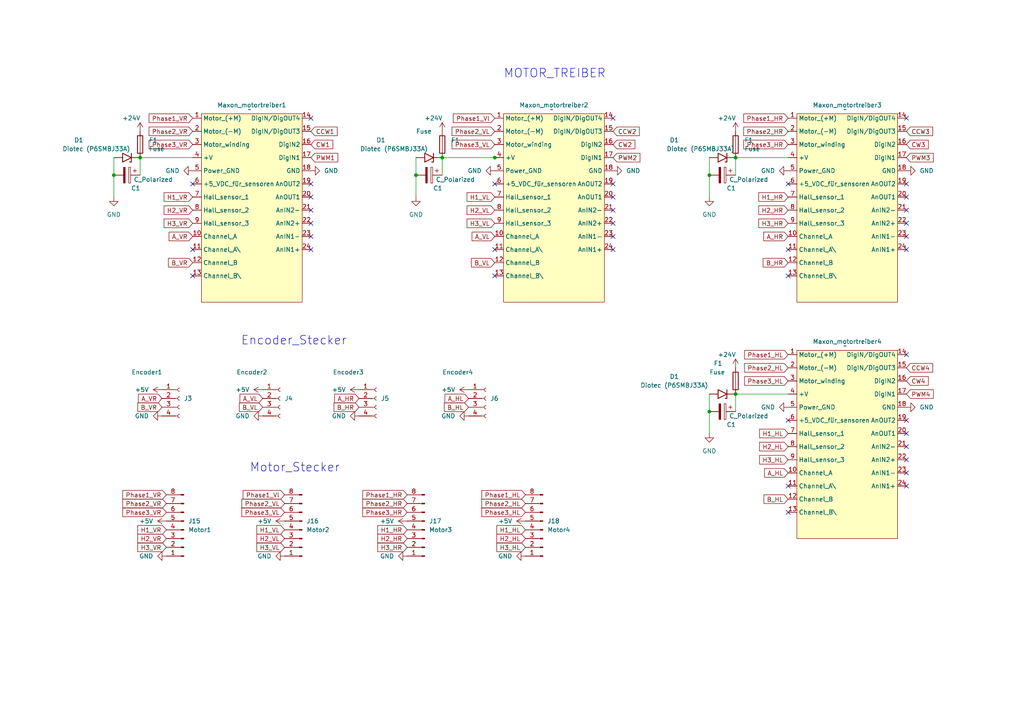
<source format=kicad_sch>
(kicad_sch (version 20230121) (generator eeschema)

  (uuid 4070790c-f4e7-4d48-baee-58e42e9d2b33)

  (paper "A4")

  (lib_symbols
    (symbol "Connector:Conn_01x04_Socket" (pin_names (offset 1.016) hide) (in_bom yes) (on_board yes)
      (property "Reference" "J" (at 0 5.08 0)
        (effects (font (size 1.27 1.27)))
      )
      (property "Value" "Conn_01x04_Socket" (at 0 -7.62 0)
        (effects (font (size 1.27 1.27)))
      )
      (property "Footprint" "" (at 0 0 0)
        (effects (font (size 1.27 1.27)) hide)
      )
      (property "Datasheet" "~" (at 0 0 0)
        (effects (font (size 1.27 1.27)) hide)
      )
      (property "ki_locked" "" (at 0 0 0)
        (effects (font (size 1.27 1.27)))
      )
      (property "ki_keywords" "connector" (at 0 0 0)
        (effects (font (size 1.27 1.27)) hide)
      )
      (property "ki_description" "Generic connector, single row, 01x04, script generated" (at 0 0 0)
        (effects (font (size 1.27 1.27)) hide)
      )
      (property "ki_fp_filters" "Connector*:*_1x??_*" (at 0 0 0)
        (effects (font (size 1.27 1.27)) hide)
      )
      (symbol "Conn_01x04_Socket_1_1"
        (arc (start 0 -4.572) (mid -0.5058 -5.08) (end 0 -5.588)
          (stroke (width 0.1524) (type default))
          (fill (type none))
        )
        (arc (start 0 -2.032) (mid -0.5058 -2.54) (end 0 -3.048)
          (stroke (width 0.1524) (type default))
          (fill (type none))
        )
        (polyline
          (pts
            (xy -1.27 -5.08)
            (xy -0.508 -5.08)
          )
          (stroke (width 0.1524) (type default))
          (fill (type none))
        )
        (polyline
          (pts
            (xy -1.27 -2.54)
            (xy -0.508 -2.54)
          )
          (stroke (width 0.1524) (type default))
          (fill (type none))
        )
        (polyline
          (pts
            (xy -1.27 0)
            (xy -0.508 0)
          )
          (stroke (width 0.1524) (type default))
          (fill (type none))
        )
        (polyline
          (pts
            (xy -1.27 2.54)
            (xy -0.508 2.54)
          )
          (stroke (width 0.1524) (type default))
          (fill (type none))
        )
        (arc (start 0 0.508) (mid -0.5058 0) (end 0 -0.508)
          (stroke (width 0.1524) (type default))
          (fill (type none))
        )
        (arc (start 0 3.048) (mid -0.5058 2.54) (end 0 2.032)
          (stroke (width 0.1524) (type default))
          (fill (type none))
        )
        (pin passive line (at -5.08 2.54 0) (length 3.81)
          (name "Pin_1" (effects (font (size 1.27 1.27))))
          (number "1" (effects (font (size 1.27 1.27))))
        )
        (pin passive line (at -5.08 0 0) (length 3.81)
          (name "Pin_2" (effects (font (size 1.27 1.27))))
          (number "2" (effects (font (size 1.27 1.27))))
        )
        (pin passive line (at -5.08 -2.54 0) (length 3.81)
          (name "Pin_3" (effects (font (size 1.27 1.27))))
          (number "3" (effects (font (size 1.27 1.27))))
        )
        (pin passive line (at -5.08 -5.08 0) (length 3.81)
          (name "Pin_4" (effects (font (size 1.27 1.27))))
          (number "4" (effects (font (size 1.27 1.27))))
        )
      )
    )
    (symbol "Connector:Conn_01x08_Pin" (pin_names (offset 1.016) hide) (in_bom yes) (on_board yes)
      (property "Reference" "J" (at 0 10.16 0)
        (effects (font (size 1.27 1.27)))
      )
      (property "Value" "Conn_01x08_Pin" (at 0 -12.7 0)
        (effects (font (size 1.27 1.27)))
      )
      (property "Footprint" "" (at 0 0 0)
        (effects (font (size 1.27 1.27)) hide)
      )
      (property "Datasheet" "~" (at 0 0 0)
        (effects (font (size 1.27 1.27)) hide)
      )
      (property "ki_locked" "" (at 0 0 0)
        (effects (font (size 1.27 1.27)))
      )
      (property "ki_keywords" "connector" (at 0 0 0)
        (effects (font (size 1.27 1.27)) hide)
      )
      (property "ki_description" "Generic connector, single row, 01x08, script generated" (at 0 0 0)
        (effects (font (size 1.27 1.27)) hide)
      )
      (property "ki_fp_filters" "Connector*:*_1x??_*" (at 0 0 0)
        (effects (font (size 1.27 1.27)) hide)
      )
      (symbol "Conn_01x08_Pin_1_1"
        (polyline
          (pts
            (xy 1.27 -10.16)
            (xy 0.8636 -10.16)
          )
          (stroke (width 0.1524) (type default))
          (fill (type none))
        )
        (polyline
          (pts
            (xy 1.27 -7.62)
            (xy 0.8636 -7.62)
          )
          (stroke (width 0.1524) (type default))
          (fill (type none))
        )
        (polyline
          (pts
            (xy 1.27 -5.08)
            (xy 0.8636 -5.08)
          )
          (stroke (width 0.1524) (type default))
          (fill (type none))
        )
        (polyline
          (pts
            (xy 1.27 -2.54)
            (xy 0.8636 -2.54)
          )
          (stroke (width 0.1524) (type default))
          (fill (type none))
        )
        (polyline
          (pts
            (xy 1.27 0)
            (xy 0.8636 0)
          )
          (stroke (width 0.1524) (type default))
          (fill (type none))
        )
        (polyline
          (pts
            (xy 1.27 2.54)
            (xy 0.8636 2.54)
          )
          (stroke (width 0.1524) (type default))
          (fill (type none))
        )
        (polyline
          (pts
            (xy 1.27 5.08)
            (xy 0.8636 5.08)
          )
          (stroke (width 0.1524) (type default))
          (fill (type none))
        )
        (polyline
          (pts
            (xy 1.27 7.62)
            (xy 0.8636 7.62)
          )
          (stroke (width 0.1524) (type default))
          (fill (type none))
        )
        (rectangle (start 0.8636 -10.033) (end 0 -10.287)
          (stroke (width 0.1524) (type default))
          (fill (type outline))
        )
        (rectangle (start 0.8636 -7.493) (end 0 -7.747)
          (stroke (width 0.1524) (type default))
          (fill (type outline))
        )
        (rectangle (start 0.8636 -4.953) (end 0 -5.207)
          (stroke (width 0.1524) (type default))
          (fill (type outline))
        )
        (rectangle (start 0.8636 -2.413) (end 0 -2.667)
          (stroke (width 0.1524) (type default))
          (fill (type outline))
        )
        (rectangle (start 0.8636 0.127) (end 0 -0.127)
          (stroke (width 0.1524) (type default))
          (fill (type outline))
        )
        (rectangle (start 0.8636 2.667) (end 0 2.413)
          (stroke (width 0.1524) (type default))
          (fill (type outline))
        )
        (rectangle (start 0.8636 5.207) (end 0 4.953)
          (stroke (width 0.1524) (type default))
          (fill (type outline))
        )
        (rectangle (start 0.8636 7.747) (end 0 7.493)
          (stroke (width 0.1524) (type default))
          (fill (type outline))
        )
        (pin passive line (at 5.08 7.62 180) (length 3.81)
          (name "Pin_1" (effects (font (size 1.27 1.27))))
          (number "1" (effects (font (size 1.27 1.27))))
        )
        (pin passive line (at 5.08 5.08 180) (length 3.81)
          (name "Pin_2" (effects (font (size 1.27 1.27))))
          (number "2" (effects (font (size 1.27 1.27))))
        )
        (pin passive line (at 5.08 2.54 180) (length 3.81)
          (name "Pin_3" (effects (font (size 1.27 1.27))))
          (number "3" (effects (font (size 1.27 1.27))))
        )
        (pin passive line (at 5.08 0 180) (length 3.81)
          (name "Pin_4" (effects (font (size 1.27 1.27))))
          (number "4" (effects (font (size 1.27 1.27))))
        )
        (pin passive line (at 5.08 -2.54 180) (length 3.81)
          (name "Pin_5" (effects (font (size 1.27 1.27))))
          (number "5" (effects (font (size 1.27 1.27))))
        )
        (pin passive line (at 5.08 -5.08 180) (length 3.81)
          (name "Pin_6" (effects (font (size 1.27 1.27))))
          (number "6" (effects (font (size 1.27 1.27))))
        )
        (pin passive line (at 5.08 -7.62 180) (length 3.81)
          (name "Pin_7" (effects (font (size 1.27 1.27))))
          (number "7" (effects (font (size 1.27 1.27))))
        )
        (pin passive line (at 5.08 -10.16 180) (length 3.81)
          (name "Pin_8" (effects (font (size 1.27 1.27))))
          (number "8" (effects (font (size 1.27 1.27))))
        )
      )
    )
    (symbol "Device:C_Polarized" (pin_numbers hide) (pin_names (offset 0.254)) (in_bom yes) (on_board yes)
      (property "Reference" "C" (at 0.635 2.54 0)
        (effects (font (size 1.27 1.27)) (justify left))
      )
      (property "Value" "C_Polarized" (at 0.635 -2.54 0)
        (effects (font (size 1.27 1.27)) (justify left))
      )
      (property "Footprint" "" (at 0.9652 -3.81 0)
        (effects (font (size 1.27 1.27)) hide)
      )
      (property "Datasheet" "~" (at 0 0 0)
        (effects (font (size 1.27 1.27)) hide)
      )
      (property "ki_keywords" "cap capacitor" (at 0 0 0)
        (effects (font (size 1.27 1.27)) hide)
      )
      (property "ki_description" "Polarized capacitor" (at 0 0 0)
        (effects (font (size 1.27 1.27)) hide)
      )
      (property "ki_fp_filters" "CP_*" (at 0 0 0)
        (effects (font (size 1.27 1.27)) hide)
      )
      (symbol "C_Polarized_0_1"
        (rectangle (start -2.286 0.508) (end 2.286 1.016)
          (stroke (width 0) (type default))
          (fill (type none))
        )
        (polyline
          (pts
            (xy -1.778 2.286)
            (xy -0.762 2.286)
          )
          (stroke (width 0) (type default))
          (fill (type none))
        )
        (polyline
          (pts
            (xy -1.27 2.794)
            (xy -1.27 1.778)
          )
          (stroke (width 0) (type default))
          (fill (type none))
        )
        (rectangle (start 2.286 -0.508) (end -2.286 -1.016)
          (stroke (width 0) (type default))
          (fill (type outline))
        )
      )
      (symbol "C_Polarized_1_1"
        (pin passive line (at 0 3.81 270) (length 2.794)
          (name "~" (effects (font (size 1.27 1.27))))
          (number "1" (effects (font (size 1.27 1.27))))
        )
        (pin passive line (at 0 -3.81 90) (length 2.794)
          (name "~" (effects (font (size 1.27 1.27))))
          (number "2" (effects (font (size 1.27 1.27))))
        )
      )
    )
    (symbol "Device:Fuse" (pin_numbers hide) (pin_names (offset 0)) (in_bom yes) (on_board yes)
      (property "Reference" "F" (at 2.032 0 90)
        (effects (font (size 1.27 1.27)))
      )
      (property "Value" "Fuse" (at -1.905 0 90)
        (effects (font (size 1.27 1.27)))
      )
      (property "Footprint" "" (at -1.778 0 90)
        (effects (font (size 1.27 1.27)) hide)
      )
      (property "Datasheet" "~" (at 0 0 0)
        (effects (font (size 1.27 1.27)) hide)
      )
      (property "ki_keywords" "fuse" (at 0 0 0)
        (effects (font (size 1.27 1.27)) hide)
      )
      (property "ki_description" "Fuse" (at 0 0 0)
        (effects (font (size 1.27 1.27)) hide)
      )
      (property "ki_fp_filters" "*Fuse*" (at 0 0 0)
        (effects (font (size 1.27 1.27)) hide)
      )
      (symbol "Fuse_0_1"
        (rectangle (start -0.762 -2.54) (end 0.762 2.54)
          (stroke (width 0.254) (type default))
          (fill (type none))
        )
        (polyline
          (pts
            (xy 0 2.54)
            (xy 0 -2.54)
          )
          (stroke (width 0) (type default))
          (fill (type none))
        )
      )
      (symbol "Fuse_1_1"
        (pin passive line (at 0 3.81 270) (length 1.27)
          (name "~" (effects (font (size 1.27 1.27))))
          (number "1" (effects (font (size 1.27 1.27))))
        )
        (pin passive line (at 0 -3.81 90) (length 1.27)
          (name "~" (effects (font (size 1.27 1.27))))
          (number "2" (effects (font (size 1.27 1.27))))
        )
      )
    )
    (symbol "Diode:SM6T220A" (pin_numbers hide) (pin_names (offset 1.016) hide) (in_bom yes) (on_board yes)
      (property "Reference" "D" (at 0 2.54 0)
        (effects (font (size 1.27 1.27)))
      )
      (property "Value" "SM6T220A" (at 0 -2.54 0)
        (effects (font (size 1.27 1.27)))
      )
      (property "Footprint" "Diode_SMD:D_SMB" (at 0 -5.08 0)
        (effects (font (size 1.27 1.27)) hide)
      )
      (property "Datasheet" "https://www.st.com/resource/en/datasheet/sm6t.pdf" (at -1.27 0 0)
        (effects (font (size 1.27 1.27)) hide)
      )
      (property "ki_keywords" "diode TVS voltage suppressor" (at 0 0 0)
        (effects (font (size 1.27 1.27)) hide)
      )
      (property "ki_description" "600W unidirectional Transil Transient Voltage Suppressor, 220Vrwm, DO-214AA" (at 0 0 0)
        (effects (font (size 1.27 1.27)) hide)
      )
      (property "ki_fp_filters" "D*SMB*" (at 0 0 0)
        (effects (font (size 1.27 1.27)) hide)
      )
      (symbol "SM6T220A_0_1"
        (polyline
          (pts
            (xy -0.762 1.27)
            (xy -1.27 1.27)
            (xy -1.27 -1.27)
          )
          (stroke (width 0.254) (type default))
          (fill (type none))
        )
        (polyline
          (pts
            (xy 1.27 1.27)
            (xy 1.27 -1.27)
            (xy -1.27 0)
            (xy 1.27 1.27)
          )
          (stroke (width 0.254) (type default))
          (fill (type none))
        )
      )
      (symbol "SM6T220A_1_1"
        (pin passive line (at -3.81 0 0) (length 2.54)
          (name "A1" (effects (font (size 1.27 1.27))))
          (number "1" (effects (font (size 1.27 1.27))))
        )
        (pin passive line (at 3.81 0 180) (length 2.54)
          (name "A2" (effects (font (size 1.27 1.27))))
          (number "2" (effects (font (size 1.27 1.27))))
        )
      )
    )
    (symbol "Maxon_sym:ESCON_Module_24/2,_4-Q_servo_controller_for_DC/EC_motors,_2/6_A,_10-24_VDC" (in_bom yes) (on_board yes)
      (property "Reference" "Maxon_motortreiber" (at 0 0 0)
        (effects (font (size 1.27 1.27)))
      )
      (property "Value" "" (at 0 0 0)
        (effects (font (size 1.27 1.27)))
      )
      (property "Footprint" "" (at 0 0 0)
        (effects (font (size 1.27 1.27)) hide)
      )
      (property "Datasheet" "" (at 0 0 0)
        (effects (font (size 1.27 1.27)) hide)
      )
      (symbol "ESCON_Module_24/2,_4-Q_servo_controller_for_DC/EC_motors,_2/6_A,_10-24_VDC_1_1"
        (rectangle (start -13.97 -1.27) (end 15.24 -55.88)
          (stroke (width 0) (type default))
          (fill (type background))
        )
        (pin output line (at -16.51 -2.54 0) (length 2.54)
          (name "Motor_(+M)" (effects (font (size 1.27 1.27))))
          (number "1" (effects (font (size 1.27 1.27))))
        )
        (pin input line (at -16.51 -36.83 0) (length 2.54)
          (name "Channel_A" (effects (font (size 1.27 1.27))))
          (number "10" (effects (font (size 1.27 1.27))))
        )
        (pin input line (at -16.51 -40.64 0) (length 2.54)
          (name "Channel_A\\" (effects (font (size 1.27 1.27))))
          (number "11" (effects (font (size 1.27 1.27))))
        )
        (pin input line (at -16.51 -44.45 0) (length 2.54)
          (name "Channel_B" (effects (font (size 1.27 1.27))))
          (number "12" (effects (font (size 1.27 1.27))))
        )
        (pin input line (at -16.51 -48.26 0) (length 2.54)
          (name "Channel_B\\" (effects (font (size 1.27 1.27))))
          (number "13" (effects (font (size 1.27 1.27))))
        )
        (pin bidirectional line (at 17.78 -2.54 180) (length 2.54)
          (name "DigIN/DigOUT4" (effects (font (size 1.27 1.27))))
          (number "14" (effects (font (size 1.27 1.27))))
        )
        (pin bidirectional line (at 17.78 -6.35 180) (length 2.54)
          (name "DigIN/DigOUT3" (effects (font (size 1.27 1.27))))
          (number "15" (effects (font (size 1.27 1.27))))
        )
        (pin input line (at 17.78 -10.16 180) (length 2.54)
          (name "DigIN2" (effects (font (size 1.27 1.27))))
          (number "16" (effects (font (size 1.27 1.27))))
        )
        (pin input line (at 17.78 -13.97 180) (length 2.54)
          (name "DigIN1" (effects (font (size 1.27 1.27))))
          (number "17" (effects (font (size 1.27 1.27))))
        )
        (pin input line (at 17.78 -17.78 180) (length 2.54)
          (name "GND" (effects (font (size 1.27 1.27))))
          (number "18" (effects (font (size 1.27 1.27))))
        )
        (pin output line (at 17.78 -21.59 180) (length 2.54)
          (name "AnOUT2" (effects (font (size 1.27 1.27))))
          (number "19" (effects (font (size 1.27 1.27))))
        )
        (pin output line (at -16.51 -6.35 0) (length 2.54)
          (name "Motor_(−M)" (effects (font (size 1.27 1.27))))
          (number "2" (effects (font (size 1.27 1.27))))
        )
        (pin output line (at 17.78 -25.4 180) (length 2.54)
          (name "AnOUT1" (effects (font (size 1.27 1.27))))
          (number "20" (effects (font (size 1.27 1.27))))
        )
        (pin input line (at 17.78 -29.21 180) (length 2.54)
          (name "AnIN2-" (effects (font (size 1.27 1.27))))
          (number "21" (effects (font (size 1.27 1.27))))
        )
        (pin input line (at 17.78 -33.02 180) (length 2.54)
          (name "AnIN2+" (effects (font (size 1.27 1.27))))
          (number "22" (effects (font (size 1.27 1.27))))
        )
        (pin input line (at 17.78 -36.83 180) (length 2.54)
          (name "AnIN1-" (effects (font (size 1.27 1.27))))
          (number "23" (effects (font (size 1.27 1.27))))
        )
        (pin input line (at 17.78 -40.64 180) (length 2.54)
          (name "AnIN1+" (effects (font (size 1.27 1.27))))
          (number "24" (effects (font (size 1.27 1.27))))
        )
        (pin output line (at -16.51 -10.16 0) (length 2.54)
          (name "Motor_winding" (effects (font (size 1.27 1.27))))
          (number "3" (effects (font (size 1.27 1.27))))
        )
        (pin input line (at -16.51 -13.97 0) (length 2.54)
          (name "+V" (effects (font (size 1.27 1.27))))
          (number "4" (effects (font (size 1.27 1.27))))
        )
        (pin input line (at -16.51 -17.78 0) (length 2.54)
          (name "Power_GND" (effects (font (size 1.27 1.27))))
          (number "5" (effects (font (size 1.27 1.27))))
        )
        (pin output line (at -16.51 -21.59 0) (length 2.54)
          (name "+5_VDC_für_sensoren" (effects (font (size 1.27 1.27))))
          (number "6" (effects (font (size 1.27 1.27))))
        )
        (pin input line (at -16.51 -25.4 0) (length 2.54)
          (name "Hall_sensor_1" (effects (font (size 1.27 1.27))))
          (number "7" (effects (font (size 1.27 1.27))))
        )
        (pin input line (at -16.51 -29.21 0) (length 2.54)
          (name "Hall_sensor_2" (effects (font (size 1.27 1.27))))
          (number "8" (effects (font (size 1.27 1.27))))
        )
        (pin input line (at -16.51 -33.02 0) (length 2.54)
          (name "Hall_sensor_3" (effects (font (size 1.27 1.27))))
          (number "9" (effects (font (size 1.27 1.27))))
        )
      )
    )
    (symbol "power:+24V" (power) (pin_names (offset 0)) (in_bom yes) (on_board yes)
      (property "Reference" "#PWR" (at 0 -3.81 0)
        (effects (font (size 1.27 1.27)) hide)
      )
      (property "Value" "+24V" (at 0 3.556 0)
        (effects (font (size 1.27 1.27)))
      )
      (property "Footprint" "" (at 0 0 0)
        (effects (font (size 1.27 1.27)) hide)
      )
      (property "Datasheet" "" (at 0 0 0)
        (effects (font (size 1.27 1.27)) hide)
      )
      (property "ki_keywords" "global power" (at 0 0 0)
        (effects (font (size 1.27 1.27)) hide)
      )
      (property "ki_description" "Power symbol creates a global label with name \"+24V\"" (at 0 0 0)
        (effects (font (size 1.27 1.27)) hide)
      )
      (symbol "+24V_0_1"
        (polyline
          (pts
            (xy -0.762 1.27)
            (xy 0 2.54)
          )
          (stroke (width 0) (type default))
          (fill (type none))
        )
        (polyline
          (pts
            (xy 0 0)
            (xy 0 2.54)
          )
          (stroke (width 0) (type default))
          (fill (type none))
        )
        (polyline
          (pts
            (xy 0 2.54)
            (xy 0.762 1.27)
          )
          (stroke (width 0) (type default))
          (fill (type none))
        )
      )
      (symbol "+24V_1_1"
        (pin power_in line (at 0 0 90) (length 0) hide
          (name "+24V" (effects (font (size 1.27 1.27))))
          (number "1" (effects (font (size 1.27 1.27))))
        )
      )
    )
    (symbol "power:+5V" (power) (pin_names (offset 0)) (in_bom yes) (on_board yes)
      (property "Reference" "#PWR" (at 0 -3.81 0)
        (effects (font (size 1.27 1.27)) hide)
      )
      (property "Value" "+5V" (at 0 3.556 0)
        (effects (font (size 1.27 1.27)))
      )
      (property "Footprint" "" (at 0 0 0)
        (effects (font (size 1.27 1.27)) hide)
      )
      (property "Datasheet" "" (at 0 0 0)
        (effects (font (size 1.27 1.27)) hide)
      )
      (property "ki_keywords" "global power" (at 0 0 0)
        (effects (font (size 1.27 1.27)) hide)
      )
      (property "ki_description" "Power symbol creates a global label with name \"+5V\"" (at 0 0 0)
        (effects (font (size 1.27 1.27)) hide)
      )
      (symbol "+5V_0_1"
        (polyline
          (pts
            (xy -0.762 1.27)
            (xy 0 2.54)
          )
          (stroke (width 0) (type default))
          (fill (type none))
        )
        (polyline
          (pts
            (xy 0 0)
            (xy 0 2.54)
          )
          (stroke (width 0) (type default))
          (fill (type none))
        )
        (polyline
          (pts
            (xy 0 2.54)
            (xy 0.762 1.27)
          )
          (stroke (width 0) (type default))
          (fill (type none))
        )
      )
      (symbol "+5V_1_1"
        (pin power_in line (at 0 0 90) (length 0) hide
          (name "+5V" (effects (font (size 1.27 1.27))))
          (number "1" (effects (font (size 1.27 1.27))))
        )
      )
    )
    (symbol "power:GND" (power) (pin_names (offset 0)) (in_bom yes) (on_board yes)
      (property "Reference" "#PWR" (at 0 -6.35 0)
        (effects (font (size 1.27 1.27)) hide)
      )
      (property "Value" "GND" (at 0 -3.81 0)
        (effects (font (size 1.27 1.27)))
      )
      (property "Footprint" "" (at 0 0 0)
        (effects (font (size 1.27 1.27)) hide)
      )
      (property "Datasheet" "" (at 0 0 0)
        (effects (font (size 1.27 1.27)) hide)
      )
      (property "ki_keywords" "global power" (at 0 0 0)
        (effects (font (size 1.27 1.27)) hide)
      )
      (property "ki_description" "Power symbol creates a global label with name \"GND\" , ground" (at 0 0 0)
        (effects (font (size 1.27 1.27)) hide)
      )
      (symbol "GND_0_1"
        (polyline
          (pts
            (xy 0 0)
            (xy 0 -1.27)
            (xy 1.27 -1.27)
            (xy 0 -2.54)
            (xy -1.27 -1.27)
            (xy 0 -1.27)
          )
          (stroke (width 0) (type default))
          (fill (type none))
        )
      )
      (symbol "GND_1_1"
        (pin power_in line (at 0 0 270) (length 0) hide
          (name "GND" (effects (font (size 1.27 1.27))))
          (number "1" (effects (font (size 1.27 1.27))))
        )
      )
    )
  )

  (junction (at 33.02 50.8) (diameter 0) (color 0 0 0 0)
    (uuid 09be06aa-4b01-4f77-a06c-ffee03588f12)
  )
  (junction (at 128.27 45.72) (diameter 0) (color 0 0 0 0)
    (uuid 0c692e38-7bef-4fb7-aa06-bb29187ac07b)
  )
  (junction (at 205.74 119.38) (diameter 0) (color 0 0 0 0)
    (uuid 10b0a6ce-3cc9-44aa-ab72-643f9964b64e)
  )
  (junction (at 143.51 45.72) (diameter 0) (color 0 0 0 0)
    (uuid 13a4f6f6-7b10-4ef8-8cf4-6018e6108c30)
  )
  (junction (at 120.65 50.8) (diameter 0) (color 0 0 0 0)
    (uuid 34b21d8e-a1e1-4bf3-9ef8-ffbacddd617a)
  )
  (junction (at 205.74 50.8) (diameter 0) (color 0 0 0 0)
    (uuid 52d837b7-aa91-4f69-bef7-9d5761d37b84)
  )
  (junction (at 213.36 114.3) (diameter 0) (color 0 0 0 0)
    (uuid 7dbd841f-e22e-4726-ac92-2c29fd21d190)
  )
  (junction (at 213.36 45.72) (diameter 0) (color 0 0 0 0)
    (uuid a53544e3-b482-4c56-852a-8c54e9f98dc9)
  )
  (junction (at 40.64 45.72) (diameter 0) (color 0 0 0 0)
    (uuid b0462e9e-4a57-4d42-b0ec-d457d09463cb)
  )

  (no_connect (at 262.89 140.97) (uuid 001dcc23-5e7d-4889-929a-2651b3714e52))
  (no_connect (at 90.17 53.34) (uuid 01e2bc71-e758-4d62-b87a-3f39ce21aaee))
  (no_connect (at 177.8 64.77) (uuid 0353a385-70e1-4838-b5c3-f394e53bc8d4))
  (no_connect (at 262.89 68.58) (uuid 0bfd9757-fe58-4eeb-89aa-a268f9370e9c))
  (no_connect (at 262.89 57.15) (uuid 0c9527c3-2408-4c72-ae6e-6ab4893af00d))
  (no_connect (at 228.6 72.39) (uuid 0ff565d2-f8f2-4bcb-9fca-f352dd70fb6b))
  (no_connect (at 90.17 34.29) (uuid 1fda7b74-c4d5-404d-9186-07004927c73f))
  (no_connect (at 90.17 57.15) (uuid 223dd0b7-70e7-4d34-a03b-5651cd13b44a))
  (no_connect (at 262.89 34.29) (uuid 22e61435-3ef8-4d76-875e-65376fa3c472))
  (no_connect (at 55.88 72.39) (uuid 3471bdd5-e30f-4a27-8876-4398fe57abc9))
  (no_connect (at 262.89 133.35) (uuid 3842d3c3-49d5-4567-9bb8-0d3fc1726959))
  (no_connect (at 262.89 125.73) (uuid 3c1b2503-9362-487c-abb7-7a60faa864fe))
  (no_connect (at 228.6 53.34) (uuid 462baf83-970d-447c-a7b8-20c8a4723afd))
  (no_connect (at 177.8 53.34) (uuid 4d817484-2012-4d8a-8e3d-1fe45b77ee35))
  (no_connect (at 262.89 64.77) (uuid 53fe7e1e-7432-4ae0-87b1-945d19788a0a))
  (no_connect (at 177.8 60.96) (uuid 58022e83-5984-4d45-8ec2-9af29e70ceec))
  (no_connect (at 143.51 80.01) (uuid 64dbc848-04d6-45c9-b439-9990f208bc89))
  (no_connect (at 143.51 72.39) (uuid 6a464293-5e06-4298-a09c-59e5359f42d5))
  (no_connect (at 177.8 57.15) (uuid 7005faaa-82ac-4312-9edd-120ea90e61b3))
  (no_connect (at 262.89 121.92) (uuid 7289c514-f577-436f-84dd-1676ec027c59))
  (no_connect (at 262.89 102.87) (uuid 76f463fd-0c26-4c29-b3a1-9f540e08a039))
  (no_connect (at 143.51 53.34) (uuid 89dca840-9d60-43a9-bc0f-a6d2a17d800a))
  (no_connect (at 262.89 53.34) (uuid 92d4386a-9593-40b7-8351-15df5eb5c5fa))
  (no_connect (at 262.89 72.39) (uuid 99319404-9f3d-4edd-85cb-6fc5fc549eed))
  (no_connect (at 177.8 72.39) (uuid 9a53fd34-2c4d-4778-b9d8-a63da3ea3a87))
  (no_connect (at 55.88 80.01) (uuid a4d79a51-b444-4dc5-8a76-c818047abb29))
  (no_connect (at 55.88 53.34) (uuid a8697898-f79a-4f2e-96d7-a7f1060fa15d))
  (no_connect (at 90.17 64.77) (uuid b5f28b8d-6221-4624-b16f-73aa3a032d4f))
  (no_connect (at 228.6 121.92) (uuid c34831b2-d7c9-4df1-89f5-0a4e03c4d8a5))
  (no_connect (at 90.17 72.39) (uuid c4f31f52-d09b-43ab-866e-3458cdbbecff))
  (no_connect (at 262.89 60.96) (uuid ccfec951-fac7-4570-95bf-6ab544cf09c2))
  (no_connect (at 177.8 34.29) (uuid d1749f8b-4829-4426-a3f6-123f409b379e))
  (no_connect (at 90.17 68.58) (uuid d4a8e248-05a1-4609-9668-5cc5d778da5e))
  (no_connect (at 262.89 129.54) (uuid dc31b160-d91d-46e5-8c47-95b89003d6a8))
  (no_connect (at 177.8 68.58) (uuid dccb5ffb-038a-42f5-91fe-d30cc5326354))
  (no_connect (at 228.6 140.97) (uuid de5e6bd4-6456-4404-92d8-289d95b08471))
  (no_connect (at 228.6 148.59) (uuid e132d198-8e35-4ee5-b5f9-26c40457bcde))
  (no_connect (at 90.17 60.96) (uuid e48484fd-3f28-40b8-8469-7a21122b02d7))
  (no_connect (at 228.6 80.01) (uuid e8ed3ed9-0bb5-4fe4-a198-798d779218da))
  (no_connect (at 262.89 137.16) (uuid fe5c930b-7fb4-49ac-9906-6f61ef3af753))

  (wire (pts (xy 146.05 45.72) (xy 143.51 45.72))
    (stroke (width 0) (type default))
    (uuid 05307315-f3fb-4d09-82b9-9b0cb4ccf820)
  )
  (wire (pts (xy 120.65 50.8) (xy 120.65 57.15))
    (stroke (width 0) (type default))
    (uuid 0b34162a-5997-4b32-befa-8f3d120e6f7e)
  )
  (wire (pts (xy 205.74 114.3) (xy 205.74 119.38))
    (stroke (width 0) (type default))
    (uuid 170f18f8-6cf3-435a-831a-c0f183ebcafb)
  )
  (wire (pts (xy 213.36 45.72) (xy 213.36 50.8))
    (stroke (width 0) (type default))
    (uuid 1ac95570-6167-4f55-9a6a-a667645cfb52)
  )
  (wire (pts (xy 213.36 45.72) (xy 228.6 45.72))
    (stroke (width 0) (type default))
    (uuid 207ea0be-81ec-481a-98d3-c59e39d37954)
  )
  (wire (pts (xy 205.74 45.72) (xy 205.74 50.8))
    (stroke (width 0) (type default))
    (uuid 32fe7fc0-af3b-4028-8a8d-72fdd5543e79)
  )
  (wire (pts (xy 205.74 119.38) (xy 205.74 125.73))
    (stroke (width 0) (type default))
    (uuid 46da4723-2711-4b38-a020-c6a7d259e745)
  )
  (wire (pts (xy 40.64 45.72) (xy 40.64 50.8))
    (stroke (width 0) (type default))
    (uuid 48ffccfc-fdaa-41b8-86e0-265c6a0c89a5)
  )
  (wire (pts (xy 33.02 50.8) (xy 33.02 57.15))
    (stroke (width 0) (type default))
    (uuid 5dadb805-0465-4a1e-bc7d-a31dbd17bdae)
  )
  (wire (pts (xy 213.36 114.3) (xy 213.36 119.38))
    (stroke (width 0) (type default))
    (uuid 5f21227b-287d-4a83-bfe1-0b5dc2f7da3d)
  )
  (wire (pts (xy 128.27 45.72) (xy 128.27 50.8))
    (stroke (width 0) (type default))
    (uuid 62d30d1d-6df2-4715-bde7-266886539e08)
  )
  (wire (pts (xy 213.36 114.3) (xy 228.6 114.3))
    (stroke (width 0) (type default))
    (uuid 66e89296-e081-436f-b77d-ccad3aaf4b82)
  )
  (wire (pts (xy 40.64 45.72) (xy 55.88 45.72))
    (stroke (width 0) (type default))
    (uuid 6a2ca171-87bc-4fcc-a251-79ac914052e4)
  )
  (wire (pts (xy 128.27 45.72) (xy 143.51 45.72))
    (stroke (width 0) (type default))
    (uuid 8276e149-25a3-4de8-90ba-ae3a7325de74)
  )
  (wire (pts (xy 205.74 50.8) (xy 205.74 57.15))
    (stroke (width 0) (type default))
    (uuid dcff4f9e-3d09-4077-b121-4e48e4820065)
  )
  (wire (pts (xy 33.02 45.72) (xy 33.02 50.8))
    (stroke (width 0) (type default))
    (uuid f470a06d-2f8f-4f04-b3a0-38ca92791b01)
  )
  (wire (pts (xy 120.65 45.72) (xy 120.65 50.8))
    (stroke (width 0) (type default))
    (uuid ff5f4fbb-8774-44c8-b0a8-c501c60c23a4)
  )

  (text "Encoder_Stecker" (at 69.85 100.33 0)
    (effects (font (size 2.5 2.5)) (justify left bottom))
    (uuid 6d932737-f15a-45fe-955c-829aa346bf15)
  )
  (text "Motor_Stecker" (at 72.39 137.16 0)
    (effects (font (size 2.5 2.5)) (justify left bottom))
    (uuid 9525866f-d9dc-4bec-b21f-406cb707fea5)
  )
  (text "MOTOR_TREIBER\n" (at 146.05 22.86 0)
    (effects (font (size 2.5 2.5)) (justify left bottom))
    (uuid bb9908a1-714e-45b9-a133-0fb63d38a3b0)
  )

  (global_label "H2_HR" (shape input) (at 118.11 156.21 180) (fields_autoplaced)
    (effects (font (size 1.27 1.27)) (justify right))
    (uuid 0a9b17e6-b039-4e4b-a05b-8eebdc14ad81)
    (property "Intersheetrefs" "${INTERSHEET_REFS}" (at 109.0167 156.21 0)
      (effects (font (size 1.27 1.27)) (justify right) hide)
    )
  )
  (global_label "Phase1_Vl" (shape input) (at 82.55 143.51 180) (fields_autoplaced)
    (effects (font (size 1.27 1.27)) (justify right))
    (uuid 0b83e33f-3a7d-4318-aabb-cf92df5c21c0)
    (property "Intersheetrefs" "${INTERSHEET_REFS}" (at 69.9492 143.51 0)
      (effects (font (size 1.27 1.27)) (justify right) hide)
    )
  )
  (global_label "Phase1_VR" (shape input) (at 55.88 34.29 180) (fields_autoplaced)
    (effects (font (size 1.27 1.27)) (justify right))
    (uuid 0d1df1a3-9592-4cc6-ad6f-c51b9b421f7d)
    (property "Intersheetrefs" "${INTERSHEET_REFS}" (at 42.6744 34.29 0)
      (effects (font (size 1.27 1.27)) (justify right) hide)
    )
  )
  (global_label "PWM3" (shape input) (at 262.89 45.72 0) (fields_autoplaced)
    (effects (font (size 1.27 1.27)) (justify left))
    (uuid 0e8ef546-8e79-4a99-9fb6-e3aca14929f1)
    (property "Intersheetrefs" "${INTERSHEET_REFS}" (at 271.1781 45.72 0)
      (effects (font (size 1.27 1.27)) (justify left) hide)
    )
  )
  (global_label "Phase1_Vl" (shape input) (at 143.51 34.29 180) (fields_autoplaced)
    (effects (font (size 1.27 1.27)) (justify right))
    (uuid 0ef14105-ef1d-458a-80cf-3de7bf8430ff)
    (property "Intersheetrefs" "${INTERSHEET_REFS}" (at 130.9092 34.29 0)
      (effects (font (size 1.27 1.27)) (justify right) hide)
    )
  )
  (global_label "H1_HR" (shape input) (at 118.11 153.67 180) (fields_autoplaced)
    (effects (font (size 1.27 1.27)) (justify right))
    (uuid 0f48fe7f-c096-42f9-a8b0-8c14385e47bb)
    (property "Intersheetrefs" "${INTERSHEET_REFS}" (at 109.0167 153.67 0)
      (effects (font (size 1.27 1.27)) (justify right) hide)
    )
  )
  (global_label "A_VR" (shape input) (at 55.88 68.58 180) (fields_autoplaced)
    (effects (font (size 1.27 1.27)) (justify right))
    (uuid 11267b11-969f-460c-9b54-c108c4b1c939)
    (property "Intersheetrefs" "${INTERSHEET_REFS}" (at 48.48 68.58 0)
      (effects (font (size 1.27 1.27)) (justify right) hide)
    )
  )
  (global_label "H3_HL" (shape input) (at 152.4 158.75 180) (fields_autoplaced)
    (effects (font (size 1.27 1.27)) (justify right))
    (uuid 14a332bd-533e-44b5-a06c-8088eb4c5270)
    (property "Intersheetrefs" "${INTERSHEET_REFS}" (at 143.5486 158.75 0)
      (effects (font (size 1.27 1.27)) (justify right) hide)
    )
  )
  (global_label "A_HR" (shape input) (at 104.14 115.57 180) (fields_autoplaced)
    (effects (font (size 1.27 1.27)) (justify right))
    (uuid 1509f46d-5f0e-4d2b-b545-8b60fc5a94b3)
    (property "Intersheetrefs" "${INTERSHEET_REFS}" (at 96.4981 115.57 0)
      (effects (font (size 1.27 1.27)) (justify right) hide)
    )
  )
  (global_label "H3_HR" (shape input) (at 118.11 158.75 180) (fields_autoplaced)
    (effects (font (size 1.27 1.27)) (justify right))
    (uuid 190adb03-bfe5-46d2-b8a2-232209ff883f)
    (property "Intersheetrefs" "${INTERSHEET_REFS}" (at 109.0167 158.75 0)
      (effects (font (size 1.27 1.27)) (justify right) hide)
    )
  )
  (global_label "H2_VL" (shape input) (at 82.55 156.21 180) (fields_autoplaced)
    (effects (font (size 1.27 1.27)) (justify right))
    (uuid 1ee85379-6846-4f6a-ab20-66eab0d7bf4a)
    (property "Intersheetrefs" "${INTERSHEET_REFS}" (at 73.9405 156.21 0)
      (effects (font (size 1.27 1.27)) (justify right) hide)
    )
  )
  (global_label "B_VR" (shape input) (at 46.99 118.11 180) (fields_autoplaced)
    (effects (font (size 1.27 1.27)) (justify right))
    (uuid 23950ba4-699c-4788-9215-fd899cd751e9)
    (property "Intersheetrefs" "${INTERSHEET_REFS}" (at 39.4086 118.11 0)
      (effects (font (size 1.27 1.27)) (justify right) hide)
    )
  )
  (global_label "Phase2_VL" (shape input) (at 143.51 38.1 180) (fields_autoplaced)
    (effects (font (size 1.27 1.27)) (justify right))
    (uuid 2927b748-5065-4ecb-9286-caff25cd4849)
    (property "Intersheetrefs" "${INTERSHEET_REFS}" (at 130.5463 38.1 0)
      (effects (font (size 1.27 1.27)) (justify right) hide)
    )
  )
  (global_label "CCW2" (shape input) (at 177.8 38.1 0) (fields_autoplaced)
    (effects (font (size 1.27 1.27)) (justify left))
    (uuid 2cb0eb09-2b16-4c0a-888c-00cddb06460a)
    (property "Intersheetrefs" "${INTERSHEET_REFS}" (at 185.9067 38.1 0)
      (effects (font (size 1.27 1.27)) (justify left) hide)
    )
  )
  (global_label "B_VL" (shape input) (at 143.51 76.2 180) (fields_autoplaced)
    (effects (font (size 1.27 1.27)) (justify right))
    (uuid 2f435766-be24-4d5f-8ff0-283696c577c2)
    (property "Intersheetrefs" "${INTERSHEET_REFS}" (at 136.1705 76.2 0)
      (effects (font (size 1.27 1.27)) (justify right) hide)
    )
  )
  (global_label "H3_HR" (shape input) (at 228.6 64.77 180) (fields_autoplaced)
    (effects (font (size 1.27 1.27)) (justify right))
    (uuid 2fca6d2a-ac5f-4903-ac1b-f68648b3dc82)
    (property "Intersheetrefs" "${INTERSHEET_REFS}" (at 219.5067 64.77 0)
      (effects (font (size 1.27 1.27)) (justify right) hide)
    )
  )
  (global_label "Phase3_HR" (shape input) (at 118.11 148.59 180) (fields_autoplaced)
    (effects (font (size 1.27 1.27)) (justify right))
    (uuid 31e3ceec-60f5-44a9-9e1d-205bef5d14b2)
    (property "Intersheetrefs" "${INTERSHEET_REFS}" (at 104.6625 148.59 0)
      (effects (font (size 1.27 1.27)) (justify right) hide)
    )
  )
  (global_label "Phase2_HR" (shape input) (at 118.11 146.05 180) (fields_autoplaced)
    (effects (font (size 1.27 1.27)) (justify right))
    (uuid 32e32328-63a1-4c2c-b0e5-05b594e93b81)
    (property "Intersheetrefs" "${INTERSHEET_REFS}" (at 104.6625 146.05 0)
      (effects (font (size 1.27 1.27)) (justify right) hide)
    )
  )
  (global_label "PWM2" (shape input) (at 177.8 45.72 0) (fields_autoplaced)
    (effects (font (size 1.27 1.27)) (justify left))
    (uuid 33dcf7f7-5a5f-4454-b1a8-81e5eabb1674)
    (property "Intersheetrefs" "${INTERSHEET_REFS}" (at 186.0881 45.72 0)
      (effects (font (size 1.27 1.27)) (justify left) hide)
    )
  )
  (global_label "Phase3_HR" (shape input) (at 228.6 41.91 180) (fields_autoplaced)
    (effects (font (size 1.27 1.27)) (justify right))
    (uuid 35bfcbd5-c332-4249-ba14-5191a99d1a44)
    (property "Intersheetrefs" "${INTERSHEET_REFS}" (at 215.1525 41.91 0)
      (effects (font (size 1.27 1.27)) (justify right) hide)
    )
  )
  (global_label "H3_HL" (shape input) (at 228.6 133.35 180) (fields_autoplaced)
    (effects (font (size 1.27 1.27)) (justify right))
    (uuid 35eace0c-d65b-47c7-ab4c-9b93eaf28d69)
    (property "Intersheetrefs" "${INTERSHEET_REFS}" (at 219.7486 133.35 0)
      (effects (font (size 1.27 1.27)) (justify right) hide)
    )
  )
  (global_label "PWM4" (shape input) (at 262.89 114.3 0) (fields_autoplaced)
    (effects (font (size 1.27 1.27)) (justify left))
    (uuid 3840517d-e0e3-4663-8386-5905488343c3)
    (property "Intersheetrefs" "${INTERSHEET_REFS}" (at 271.1781 114.3 0)
      (effects (font (size 1.27 1.27)) (justify left) hide)
    )
  )
  (global_label "PWM1" (shape input) (at 90.17 45.72 0) (fields_autoplaced)
    (effects (font (size 1.27 1.27)) (justify left))
    (uuid 3a2be86f-cc17-470e-b0fa-0bf913c175b9)
    (property "Intersheetrefs" "${INTERSHEET_REFS}" (at 98.4581 45.72 0)
      (effects (font (size 1.27 1.27)) (justify left) hide)
    )
  )
  (global_label "CW1" (shape input) (at 90.17 41.91 0) (fields_autoplaced)
    (effects (font (size 1.27 1.27)) (justify left))
    (uuid 3bee7bc4-1d0b-4b73-9012-2aa7f9c90daa)
    (property "Intersheetrefs" "${INTERSHEET_REFS}" (at 97.0067 41.91 0)
      (effects (font (size 1.27 1.27)) (justify left) hide)
    )
  )
  (global_label "H3_VL" (shape input) (at 82.55 158.75 180) (fields_autoplaced)
    (effects (font (size 1.27 1.27)) (justify right))
    (uuid 3e507e0f-7219-49be-8185-29913691986a)
    (property "Intersheetrefs" "${INTERSHEET_REFS}" (at 73.9405 158.75 0)
      (effects (font (size 1.27 1.27)) (justify right) hide)
    )
  )
  (global_label "B_HL" (shape input) (at 135.89 118.11 180) (fields_autoplaced)
    (effects (font (size 1.27 1.27)) (justify right))
    (uuid 4215f30a-af9d-4a1c-9d0e-152720f4db80)
    (property "Intersheetrefs" "${INTERSHEET_REFS}" (at 128.3086 118.11 0)
      (effects (font (size 1.27 1.27)) (justify right) hide)
    )
  )
  (global_label "CW2" (shape input) (at 177.8 41.91 0) (fields_autoplaced)
    (effects (font (size 1.27 1.27)) (justify left))
    (uuid 43697256-2c6c-441a-80a7-129da3e29585)
    (property "Intersheetrefs" "${INTERSHEET_REFS}" (at 184.6367 41.91 0)
      (effects (font (size 1.27 1.27)) (justify left) hide)
    )
  )
  (global_label "A_HR" (shape input) (at 228.6 68.58 180) (fields_autoplaced)
    (effects (font (size 1.27 1.27)) (justify right))
    (uuid 4c19868a-88c6-4e0b-99ad-9eaa9fb2be42)
    (property "Intersheetrefs" "${INTERSHEET_REFS}" (at 220.9581 68.58 0)
      (effects (font (size 1.27 1.27)) (justify right) hide)
    )
  )
  (global_label "Phase2_VR" (shape input) (at 55.88 38.1 180) (fields_autoplaced)
    (effects (font (size 1.27 1.27)) (justify right))
    (uuid 52c8ddf4-000f-4bbb-8b61-0bee51d45963)
    (property "Intersheetrefs" "${INTERSHEET_REFS}" (at 42.6744 38.1 0)
      (effects (font (size 1.27 1.27)) (justify right) hide)
    )
  )
  (global_label "Phase1_HR" (shape input) (at 118.11 143.51 180) (fields_autoplaced)
    (effects (font (size 1.27 1.27)) (justify right))
    (uuid 57096cae-ce17-465b-b3cc-a35ac38ce968)
    (property "Intersheetrefs" "${INTERSHEET_REFS}" (at 104.6625 143.51 0)
      (effects (font (size 1.27 1.27)) (justify right) hide)
    )
  )
  (global_label "B_VL" (shape input) (at 76.2 118.11 180) (fields_autoplaced)
    (effects (font (size 1.27 1.27)) (justify right))
    (uuid 5b9e8b67-e215-4bf4-8934-99f6a0c73426)
    (property "Intersheetrefs" "${INTERSHEET_REFS}" (at 68.8605 118.11 0)
      (effects (font (size 1.27 1.27)) (justify right) hide)
    )
  )
  (global_label "H2_HL" (shape input) (at 228.6 129.54 180) (fields_autoplaced)
    (effects (font (size 1.27 1.27)) (justify right))
    (uuid 5e39c3b7-9bab-48aa-8591-a038b0c635a8)
    (property "Intersheetrefs" "${INTERSHEET_REFS}" (at 219.7486 129.54 0)
      (effects (font (size 1.27 1.27)) (justify right) hide)
    )
  )
  (global_label "Phase3_VL" (shape input) (at 82.55 148.59 180) (fields_autoplaced)
    (effects (font (size 1.27 1.27)) (justify right))
    (uuid 65e2fcb7-d904-4fe9-a1cd-c8f48e695e5c)
    (property "Intersheetrefs" "${INTERSHEET_REFS}" (at 69.5863 148.59 0)
      (effects (font (size 1.27 1.27)) (justify right) hide)
    )
  )
  (global_label "H3_VL" (shape input) (at 143.51 64.77 180) (fields_autoplaced)
    (effects (font (size 1.27 1.27)) (justify right))
    (uuid 69b5ef44-1851-4f4f-9eda-88d91a6a8215)
    (property "Intersheetrefs" "${INTERSHEET_REFS}" (at 134.9005 64.77 0)
      (effects (font (size 1.27 1.27)) (justify right) hide)
    )
  )
  (global_label "H1_VL" (shape input) (at 143.51 57.15 180) (fields_autoplaced)
    (effects (font (size 1.27 1.27)) (justify right))
    (uuid 6c8ad0fb-d192-431e-a1cd-171e765868a9)
    (property "Intersheetrefs" "${INTERSHEET_REFS}" (at 134.9005 57.15 0)
      (effects (font (size 1.27 1.27)) (justify right) hide)
    )
  )
  (global_label "Phase2_VR" (shape input) (at 48.26 146.05 180) (fields_autoplaced)
    (effects (font (size 1.27 1.27)) (justify right))
    (uuid 6edc38c7-4c16-4d14-83ce-7c8e870784d6)
    (property "Intersheetrefs" "${INTERSHEET_REFS}" (at 35.0544 146.05 0)
      (effects (font (size 1.27 1.27)) (justify right) hide)
    )
  )
  (global_label "A_HL" (shape input) (at 228.6 137.16 180) (fields_autoplaced)
    (effects (font (size 1.27 1.27)) (justify right))
    (uuid 77d638fb-357f-4598-bff7-e0b7ab11d599)
    (property "Intersheetrefs" "${INTERSHEET_REFS}" (at 221.2 137.16 0)
      (effects (font (size 1.27 1.27)) (justify right) hide)
    )
  )
  (global_label "H3_VR" (shape input) (at 48.26 158.75 180) (fields_autoplaced)
    (effects (font (size 1.27 1.27)) (justify right))
    (uuid 77e44c7f-3fa8-42fa-8ea9-e4fb639137d7)
    (property "Intersheetrefs" "${INTERSHEET_REFS}" (at 39.4086 158.75 0)
      (effects (font (size 1.27 1.27)) (justify right) hide)
    )
  )
  (global_label "Phase3_VR" (shape input) (at 55.88 41.91 180) (fields_autoplaced)
    (effects (font (size 1.27 1.27)) (justify right))
    (uuid 80385190-f16a-4507-973b-5c0e8abf18b6)
    (property "Intersheetrefs" "${INTERSHEET_REFS}" (at 42.6744 41.91 0)
      (effects (font (size 1.27 1.27)) (justify right) hide)
    )
  )
  (global_label "H1_HR" (shape input) (at 228.6 57.15 180) (fields_autoplaced)
    (effects (font (size 1.27 1.27)) (justify right))
    (uuid 8171a177-751d-4f09-9049-ae6fea248550)
    (property "Intersheetrefs" "${INTERSHEET_REFS}" (at 219.5067 57.15 0)
      (effects (font (size 1.27 1.27)) (justify right) hide)
    )
  )
  (global_label "B_HR" (shape input) (at 104.14 118.11 180) (fields_autoplaced)
    (effects (font (size 1.27 1.27)) (justify right))
    (uuid 8263b9ab-7880-495c-a29a-5a2257dcb2de)
    (property "Intersheetrefs" "${INTERSHEET_REFS}" (at 96.3167 118.11 0)
      (effects (font (size 1.27 1.27)) (justify right) hide)
    )
  )
  (global_label "Phase1_HL" (shape input) (at 228.6 102.87 180) (fields_autoplaced)
    (effects (font (size 1.27 1.27)) (justify right))
    (uuid 87b50ea6-8d2e-4ad1-9d13-7bf5e403ada9)
    (property "Intersheetrefs" "${INTERSHEET_REFS}" (at 215.3944 102.87 0)
      (effects (font (size 1.27 1.27)) (justify right) hide)
    )
  )
  (global_label "B_VR" (shape input) (at 55.88 76.2 180) (fields_autoplaced)
    (effects (font (size 1.27 1.27)) (justify right))
    (uuid 88f01bb7-faa1-498b-baa3-62ece837729c)
    (property "Intersheetrefs" "${INTERSHEET_REFS}" (at 48.2986 76.2 0)
      (effects (font (size 1.27 1.27)) (justify right) hide)
    )
  )
  (global_label "H2_HR" (shape input) (at 228.6 60.96 180) (fields_autoplaced)
    (effects (font (size 1.27 1.27)) (justify right))
    (uuid 8cda4d5f-ad87-4c0d-8445-d9d440f8eca1)
    (property "Intersheetrefs" "${INTERSHEET_REFS}" (at 219.5067 60.96 0)
      (effects (font (size 1.27 1.27)) (justify right) hide)
    )
  )
  (global_label "H2_HL" (shape input) (at 152.4 156.21 180) (fields_autoplaced)
    (effects (font (size 1.27 1.27)) (justify right))
    (uuid 926379fe-889d-4d48-8f71-dd64ba169faa)
    (property "Intersheetrefs" "${INTERSHEET_REFS}" (at 143.5486 156.21 0)
      (effects (font (size 1.27 1.27)) (justify right) hide)
    )
  )
  (global_label "Phase3_HL" (shape input) (at 228.6 110.49 180) (fields_autoplaced)
    (effects (font (size 1.27 1.27)) (justify right))
    (uuid 9fbc4274-ba31-4f27-8935-3e0d42af3806)
    (property "Intersheetrefs" "${INTERSHEET_REFS}" (at 215.3944 110.49 0)
      (effects (font (size 1.27 1.27)) (justify right) hide)
    )
  )
  (global_label "H1_HL" (shape input) (at 152.4 153.67 180) (fields_autoplaced)
    (effects (font (size 1.27 1.27)) (justify right))
    (uuid a1e153c4-008b-40ce-91ed-2c2ea045a204)
    (property "Intersheetrefs" "${INTERSHEET_REFS}" (at 143.5486 153.67 0)
      (effects (font (size 1.27 1.27)) (justify right) hide)
    )
  )
  (global_label "A_VL" (shape input) (at 76.2 115.57 180) (fields_autoplaced)
    (effects (font (size 1.27 1.27)) (justify right))
    (uuid a2265764-2d5d-4416-8e63-b6803235adea)
    (property "Intersheetrefs" "${INTERSHEET_REFS}" (at 69.0419 115.57 0)
      (effects (font (size 1.27 1.27)) (justify right) hide)
    )
  )
  (global_label "H3_VR" (shape input) (at 55.88 64.77 180) (fields_autoplaced)
    (effects (font (size 1.27 1.27)) (justify right))
    (uuid abb9f7c2-7911-4c1e-bfa8-dba516ebe8fb)
    (property "Intersheetrefs" "${INTERSHEET_REFS}" (at 47.0286 64.77 0)
      (effects (font (size 1.27 1.27)) (justify right) hide)
    )
  )
  (global_label "H1_VR" (shape input) (at 48.26 153.67 180) (fields_autoplaced)
    (effects (font (size 1.27 1.27)) (justify right))
    (uuid ac2c7fe8-8220-4b57-86be-eca51e5b7a3b)
    (property "Intersheetrefs" "${INTERSHEET_REFS}" (at 39.4086 153.67 0)
      (effects (font (size 1.27 1.27)) (justify right) hide)
    )
  )
  (global_label "CW4" (shape input) (at 262.89 110.49 0) (fields_autoplaced)
    (effects (font (size 1.27 1.27)) (justify left))
    (uuid aed70d1d-aa8e-4669-870a-d0e9e8fc16ae)
    (property "Intersheetrefs" "${INTERSHEET_REFS}" (at 269.7267 110.49 0)
      (effects (font (size 1.27 1.27)) (justify left) hide)
    )
  )
  (global_label "Phase2_HR" (shape input) (at 228.6 38.1 180) (fields_autoplaced)
    (effects (font (size 1.27 1.27)) (justify right))
    (uuid af311d52-0bc9-40a5-83f5-f0422f8e5507)
    (property "Intersheetrefs" "${INTERSHEET_REFS}" (at 215.1525 38.1 0)
      (effects (font (size 1.27 1.27)) (justify right) hide)
    )
  )
  (global_label "Phase3_VL" (shape input) (at 143.51 41.91 180) (fields_autoplaced)
    (effects (font (size 1.27 1.27)) (justify right))
    (uuid b42f57c5-c055-4813-90cb-b69410268fc7)
    (property "Intersheetrefs" "${INTERSHEET_REFS}" (at 130.5463 41.91 0)
      (effects (font (size 1.27 1.27)) (justify right) hide)
    )
  )
  (global_label "Phase2_HL" (shape input) (at 152.4 146.05 180) (fields_autoplaced)
    (effects (font (size 1.27 1.27)) (justify right))
    (uuid b69ceefd-3010-42a7-ba49-6af1d8719cf7)
    (property "Intersheetrefs" "${INTERSHEET_REFS}" (at 139.1944 146.05 0)
      (effects (font (size 1.27 1.27)) (justify right) hide)
    )
  )
  (global_label "H1_HL" (shape input) (at 228.6 125.73 180) (fields_autoplaced)
    (effects (font (size 1.27 1.27)) (justify right))
    (uuid b7b05c82-a570-4163-a4b8-0f756cbc0d85)
    (property "Intersheetrefs" "${INTERSHEET_REFS}" (at 219.7486 125.73 0)
      (effects (font (size 1.27 1.27)) (justify right) hide)
    )
  )
  (global_label "Phase1_HR" (shape input) (at 228.6 34.29 180) (fields_autoplaced)
    (effects (font (size 1.27 1.27)) (justify right))
    (uuid b97af82d-28c2-481a-bef8-dfdaa2e422a5)
    (property "Intersheetrefs" "${INTERSHEET_REFS}" (at 215.1525 34.29 0)
      (effects (font (size 1.27 1.27)) (justify right) hide)
    )
  )
  (global_label "CCW4" (shape input) (at 262.89 106.68 0) (fields_autoplaced)
    (effects (font (size 1.27 1.27)) (justify left))
    (uuid bb388977-0201-4326-9b78-1b7f10448781)
    (property "Intersheetrefs" "${INTERSHEET_REFS}" (at 270.9967 106.68 0)
      (effects (font (size 1.27 1.27)) (justify left) hide)
    )
  )
  (global_label "CCW1" (shape input) (at 90.17 38.1 0) (fields_autoplaced)
    (effects (font (size 1.27 1.27)) (justify left))
    (uuid bda7ca2f-0e13-4968-a2f0-364cf8b3846a)
    (property "Intersheetrefs" "${INTERSHEET_REFS}" (at 98.2767 38.1 0)
      (effects (font (size 1.27 1.27)) (justify left) hide)
    )
  )
  (global_label "H2_VR" (shape input) (at 48.26 156.21 180) (fields_autoplaced)
    (effects (font (size 1.27 1.27)) (justify right))
    (uuid be3e6c91-1f77-4dce-be3a-0e86c06b1d78)
    (property "Intersheetrefs" "${INTERSHEET_REFS}" (at 39.4086 156.21 0)
      (effects (font (size 1.27 1.27)) (justify right) hide)
    )
  )
  (global_label "B_HL" (shape input) (at 228.6 144.78 180) (fields_autoplaced)
    (effects (font (size 1.27 1.27)) (justify right))
    (uuid be999854-f432-4b95-910a-1b12502d7b12)
    (property "Intersheetrefs" "${INTERSHEET_REFS}" (at 221.0186 144.78 0)
      (effects (font (size 1.27 1.27)) (justify right) hide)
    )
  )
  (global_label "H1_VL" (shape input) (at 82.55 153.67 180) (fields_autoplaced)
    (effects (font (size 1.27 1.27)) (justify right))
    (uuid bfbacddf-b5f1-4c8f-a80c-ca9fccb25a29)
    (property "Intersheetrefs" "${INTERSHEET_REFS}" (at 73.9405 153.67 0)
      (effects (font (size 1.27 1.27)) (justify right) hide)
    )
  )
  (global_label "H2_VL" (shape input) (at 143.51 60.96 180) (fields_autoplaced)
    (effects (font (size 1.27 1.27)) (justify right))
    (uuid c6c443d1-7e30-45e8-9bca-5a6b2d856bf2)
    (property "Intersheetrefs" "${INTERSHEET_REFS}" (at 134.9005 60.96 0)
      (effects (font (size 1.27 1.27)) (justify right) hide)
    )
  )
  (global_label "CCW3" (shape input) (at 262.89 38.1 0) (fields_autoplaced)
    (effects (font (size 1.27 1.27)) (justify left))
    (uuid cb558689-a42d-4f35-ae06-87031020515e)
    (property "Intersheetrefs" "${INTERSHEET_REFS}" (at 270.9967 38.1 0)
      (effects (font (size 1.27 1.27)) (justify left) hide)
    )
  )
  (global_label "B_HR" (shape input) (at 228.6 76.2 180) (fields_autoplaced)
    (effects (font (size 1.27 1.27)) (justify right))
    (uuid cb7a1d68-b59e-40b8-9db9-c206b09f179e)
    (property "Intersheetrefs" "${INTERSHEET_REFS}" (at 220.7767 76.2 0)
      (effects (font (size 1.27 1.27)) (justify right) hide)
    )
  )
  (global_label "CW3" (shape input) (at 262.89 41.91 0) (fields_autoplaced)
    (effects (font (size 1.27 1.27)) (justify left))
    (uuid cbf4ea8c-9ab8-4c4a-8d10-256158bfac26)
    (property "Intersheetrefs" "${INTERSHEET_REFS}" (at 269.7267 41.91 0)
      (effects (font (size 1.27 1.27)) (justify left) hide)
    )
  )
  (global_label "H1_VR" (shape input) (at 55.88 57.15 180) (fields_autoplaced)
    (effects (font (size 1.27 1.27)) (justify right))
    (uuid cdb5274c-c6c3-4edf-899c-b8a407141d0a)
    (property "Intersheetrefs" "${INTERSHEET_REFS}" (at 47.0286 57.15 0)
      (effects (font (size 1.27 1.27)) (justify right) hide)
    )
  )
  (global_label "Phase3_HL" (shape input) (at 152.4 148.59 180) (fields_autoplaced)
    (effects (font (size 1.27 1.27)) (justify right))
    (uuid cdc0cd9e-93a4-42b5-b273-52d4e8215edf)
    (property "Intersheetrefs" "${INTERSHEET_REFS}" (at 139.1944 148.59 0)
      (effects (font (size 1.27 1.27)) (justify right) hide)
    )
  )
  (global_label "Phase2_VL" (shape input) (at 82.55 146.05 180) (fields_autoplaced)
    (effects (font (size 1.27 1.27)) (justify right))
    (uuid da13a84d-0b50-4f8c-bea7-31b399001e7a)
    (property "Intersheetrefs" "${INTERSHEET_REFS}" (at 69.5863 146.05 0)
      (effects (font (size 1.27 1.27)) (justify right) hide)
    )
  )
  (global_label "A_HL" (shape input) (at 135.89 115.57 180) (fields_autoplaced)
    (effects (font (size 1.27 1.27)) (justify right))
    (uuid ddda61c4-99c6-4244-a467-1975fc79021b)
    (property "Intersheetrefs" "${INTERSHEET_REFS}" (at 128.49 115.57 0)
      (effects (font (size 1.27 1.27)) (justify right) hide)
    )
  )
  (global_label "Phase1_VR" (shape input) (at 48.26 143.51 180) (fields_autoplaced)
    (effects (font (size 1.27 1.27)) (justify right))
    (uuid debdc420-0e12-47c5-babe-5190d251c6b4)
    (property "Intersheetrefs" "${INTERSHEET_REFS}" (at 35.0544 143.51 0)
      (effects (font (size 1.27 1.27)) (justify right) hide)
    )
  )
  (global_label "Phase3_VR" (shape input) (at 48.26 148.59 180) (fields_autoplaced)
    (effects (font (size 1.27 1.27)) (justify right))
    (uuid e95c15f3-d150-4695-87e6-194ebee7cfdd)
    (property "Intersheetrefs" "${INTERSHEET_REFS}" (at 35.0544 148.59 0)
      (effects (font (size 1.27 1.27)) (justify right) hide)
    )
  )
  (global_label "A_VL" (shape input) (at 143.51 68.58 180) (fields_autoplaced)
    (effects (font (size 1.27 1.27)) (justify right))
    (uuid eb9cff71-4e3c-492a-bb2f-9343f2754424)
    (property "Intersheetrefs" "${INTERSHEET_REFS}" (at 136.3519 68.58 0)
      (effects (font (size 1.27 1.27)) (justify right) hide)
    )
  )
  (global_label "A_VR" (shape input) (at 46.99 115.57 180) (fields_autoplaced)
    (effects (font (size 1.27 1.27)) (justify right))
    (uuid f3d5d502-37fc-4457-b1ec-602fc987a2c8)
    (property "Intersheetrefs" "${INTERSHEET_REFS}" (at 39.59 115.57 0)
      (effects (font (size 1.27 1.27)) (justify right) hide)
    )
  )
  (global_label "H2_VR" (shape input) (at 55.88 60.96 180) (fields_autoplaced)
    (effects (font (size 1.27 1.27)) (justify right))
    (uuid f4b74bb1-c3d9-4922-b600-a12443648453)
    (property "Intersheetrefs" "${INTERSHEET_REFS}" (at 47.0286 60.96 0)
      (effects (font (size 1.27 1.27)) (justify right) hide)
    )
  )
  (global_label "Phase1_HL" (shape input) (at 152.4 143.51 180) (fields_autoplaced)
    (effects (font (size 1.27 1.27)) (justify right))
    (uuid f99630bb-1f5f-4f9f-ab80-425525e68898)
    (property "Intersheetrefs" "${INTERSHEET_REFS}" (at 139.1944 143.51 0)
      (effects (font (size 1.27 1.27)) (justify right) hide)
    )
  )
  (global_label "Phase2_HL" (shape input) (at 228.6 106.68 180) (fields_autoplaced)
    (effects (font (size 1.27 1.27)) (justify right))
    (uuid fcf731d8-ef13-423c-8b83-c21af8e4db92)
    (property "Intersheetrefs" "${INTERSHEET_REFS}" (at 215.3944 106.68 0)
      (effects (font (size 1.27 1.27)) (justify right) hide)
    )
  )

  (symbol (lib_id "power:GND") (at 104.14 120.65 270) (unit 1)
    (in_bom yes) (on_board yes) (dnp no) (fields_autoplaced)
    (uuid 0c43ba4e-8a1b-4b30-9cfe-45495fdf084d)
    (property "Reference" "#PWR028" (at 97.79 120.65 0)
      (effects (font (size 1.27 1.27)) hide)
    )
    (property "Value" "GND" (at 100.33 120.65 90)
      (effects (font (size 1.27 1.27)) (justify right))
    )
    (property "Footprint" "" (at 104.14 120.65 0)
      (effects (font (size 1.27 1.27)) hide)
    )
    (property "Datasheet" "" (at 104.14 120.65 0)
      (effects (font (size 1.27 1.27)) hide)
    )
    (pin "1" (uuid b0a323c7-129c-406b-81a9-076ff2ef99c3))
    (instances
      (project "2vs2_24-25"
        (path "/7a0f76a1-13d4-4686-9d7e-a73f37674f36/31c9ac3d-81a2-4674-afe0-7f70cc619fe7"
          (reference "#PWR028") (unit 1)
        )
      )
    )
  )

  (symbol (lib_id "Device:C_Polarized") (at 209.55 119.38 270) (unit 1)
    (in_bom yes) (on_board yes) (dnp no)
    (uuid 0ebdf26c-a6ce-48c6-8292-ec4e8c4483b5)
    (property "Reference" "C1" (at 212.09 123.19 90)
      (effects (font (size 1.27 1.27)))
    )
    (property "Value" "C_Polarized" (at 217.17 120.65 90)
      (effects (font (size 1.27 1.27)))
    )
    (property "Footprint" "Kondensator36v:Kondensator36v" (at 205.74 120.3452 0)
      (effects (font (size 1.27 1.27)) hide)
    )
    (property "Datasheet" "~" (at 209.55 119.38 0)
      (effects (font (size 1.27 1.27)) hide)
    )
    (pin "1" (uuid e3f0933b-9bd2-4712-869b-51f7ff480ac1))
    (pin "2" (uuid 715754eb-c10b-471a-9c26-0356cc80b457))
    (instances
      (project "2023"
        (path "/76fb0885-ad17-4f21-a9c7-efba38a9e645/e5acd102-5dbc-4392-b32a-1a5a4d80ca81"
          (reference "C1") (unit 1)
        )
        (path "/76fb0885-ad17-4f21-a9c7-efba38a9e645/b4fd0a5d-95ed-403a-9c51-72ba331d931a"
          (reference "C2") (unit 1)
        )
        (path "/76fb0885-ad17-4f21-a9c7-efba38a9e645/1a174499-d15f-4dea-8e78-a01c158d3f84"
          (reference "C3") (unit 1)
        )
        (path "/76fb0885-ad17-4f21-a9c7-efba38a9e645/0f9fc361-209f-45b7-8c31-b2e9ef3dde03"
          (reference "C4") (unit 1)
        )
      )
      (project "2vs2_24-25"
        (path "/7a0f76a1-13d4-4686-9d7e-a73f37674f36/31c9ac3d-81a2-4674-afe0-7f70cc619fe7"
          (reference "C4") (unit 1)
        )
      )
    )
  )

  (symbol (lib_id "power:GND") (at 152.4 161.29 270) (unit 1)
    (in_bom yes) (on_board yes) (dnp no) (fields_autoplaced)
    (uuid 14365900-27c6-4e0e-bf37-9a0037bff243)
    (property "Reference" "#PWR034" (at 146.05 161.29 0)
      (effects (font (size 1.27 1.27)) hide)
    )
    (property "Value" "GND" (at 148.59 161.29 90)
      (effects (font (size 1.27 1.27)) (justify right))
    )
    (property "Footprint" "" (at 152.4 161.29 0)
      (effects (font (size 1.27 1.27)) hide)
    )
    (property "Datasheet" "" (at 152.4 161.29 0)
      (effects (font (size 1.27 1.27)) hide)
    )
    (pin "1" (uuid 5604654d-705c-4664-a96b-e01e1c7ff8e6))
    (instances
      (project "2vs2_24-25"
        (path "/7a0f76a1-13d4-4686-9d7e-a73f37674f36/31c9ac3d-81a2-4674-afe0-7f70cc619fe7"
          (reference "#PWR034") (unit 1)
        )
      )
    )
  )

  (symbol (lib_id "power:+5V") (at 104.14 113.03 90) (unit 1)
    (in_bom yes) (on_board yes) (dnp no) (fields_autoplaced)
    (uuid 1a6eaa81-5cfa-4c06-ad56-e3db684b81a1)
    (property "Reference" "#PWR06" (at 107.95 113.03 0)
      (effects (font (size 1.27 1.27)) hide)
    )
    (property "Value" "+5V" (at 100.33 113.03 90)
      (effects (font (size 1.27 1.27)) (justify left))
    )
    (property "Footprint" "" (at 104.14 113.03 0)
      (effects (font (size 1.27 1.27)) hide)
    )
    (property "Datasheet" "" (at 104.14 113.03 0)
      (effects (font (size 1.27 1.27)) hide)
    )
    (pin "1" (uuid 2c390e46-ad35-4168-8350-d65617ad9cb2))
    (instances
      (project "2vs2_24-25"
        (path "/7a0f76a1-13d4-4686-9d7e-a73f37674f36"
          (reference "#PWR06") (unit 1)
        )
        (path "/7a0f76a1-13d4-4686-9d7e-a73f37674f36/6763a444-08f8-4b93-abc3-8262c68c8d07"
          (reference "#PWR015") (unit 1)
        )
        (path "/7a0f76a1-13d4-4686-9d7e-a73f37674f36/31c9ac3d-81a2-4674-afe0-7f70cc619fe7"
          (reference "#PWR022") (unit 1)
        )
      )
    )
  )

  (symbol (lib_id "power:GND") (at 33.02 57.15 0) (unit 1)
    (in_bom yes) (on_board yes) (dnp no) (fields_autoplaced)
    (uuid 1e4ea345-e41e-4677-aa77-6dcc73d5ab47)
    (property "Reference" "#PWR0101" (at 33.02 63.5 0)
      (effects (font (size 1.27 1.27)) hide)
    )
    (property "Value" "GND" (at 33.02 62.23 0)
      (effects (font (size 1.27 1.27)))
    )
    (property "Footprint" "" (at 33.02 57.15 0)
      (effects (font (size 1.27 1.27)) hide)
    )
    (property "Datasheet" "" (at 33.02 57.15 0)
      (effects (font (size 1.27 1.27)) hide)
    )
    (pin "1" (uuid 9af2876f-d58e-46a7-bbf4-6009bec8da3f))
    (instances
      (project "2023"
        (path "/76fb0885-ad17-4f21-a9c7-efba38a9e645/e5acd102-5dbc-4392-b32a-1a5a4d80ca81"
          (reference "#PWR0101") (unit 1)
        )
        (path "/76fb0885-ad17-4f21-a9c7-efba38a9e645/b4fd0a5d-95ed-403a-9c51-72ba331d931a"
          (reference "#PWR0102") (unit 1)
        )
        (path "/76fb0885-ad17-4f21-a9c7-efba38a9e645/1a174499-d15f-4dea-8e78-a01c158d3f84"
          (reference "#PWR0103") (unit 1)
        )
        (path "/76fb0885-ad17-4f21-a9c7-efba38a9e645/0f9fc361-209f-45b7-8c31-b2e9ef3dde03"
          (reference "#PWR0104") (unit 1)
        )
      )
      (project "2vs2_24-25"
        (path "/7a0f76a1-13d4-4686-9d7e-a73f37674f36/31c9ac3d-81a2-4674-afe0-7f70cc619fe7"
          (reference "#PWR056") (unit 1)
        )
      )
    )
  )

  (symbol (lib_id "Device:Fuse") (at 128.27 41.91 180) (unit 1)
    (in_bom yes) (on_board yes) (dnp no)
    (uuid 211cbfdd-d226-4b38-98e8-0e2dd9ec1919)
    (property "Reference" "F1" (at 130.81 40.64 0)
      (effects (font (size 1.27 1.27)) (justify right))
    )
    (property "Value" "Fuse" (at 120.65 38.1 0)
      (effects (font (size 1.27 1.27)) (justify right))
    )
    (property "Footprint" "FUSE:Fuse" (at 130.048 41.91 90)
      (effects (font (size 1.27 1.27)) hide)
    )
    (property "Datasheet" "~" (at 128.27 41.91 0)
      (effects (font (size 1.27 1.27)) hide)
    )
    (pin "1" (uuid f11788ee-9087-40ec-a620-e2ad270fe231))
    (pin "2" (uuid f63eb76e-579c-41b8-8c57-deb721ee8e39))
    (instances
      (project "2vs2_24-25"
        (path "/7a0f76a1-13d4-4686-9d7e-a73f37674f36/6763a444-08f8-4b93-abc3-8262c68c8d07"
          (reference "F1") (unit 1)
        )
        (path "/7a0f76a1-13d4-4686-9d7e-a73f37674f36/31c9ac3d-81a2-4674-afe0-7f70cc619fe7"
          (reference "F3") (unit 1)
        )
      )
    )
  )

  (symbol (lib_id "power:GND") (at 90.17 49.53 90) (unit 1)
    (in_bom yes) (on_board yes) (dnp no) (fields_autoplaced)
    (uuid 26c88eb9-3894-4fd3-b821-66edfce294c2)
    (property "Reference" "#PWR048" (at 96.52 49.53 0)
      (effects (font (size 1.27 1.27)) hide)
    )
    (property "Value" "GND" (at 93.98 49.53 90)
      (effects (font (size 1.27 1.27)) (justify right))
    )
    (property "Footprint" "" (at 90.17 49.53 0)
      (effects (font (size 1.27 1.27)) hide)
    )
    (property "Datasheet" "" (at 90.17 49.53 0)
      (effects (font (size 1.27 1.27)) hide)
    )
    (pin "1" (uuid da2b4dbc-101d-4959-92b2-15f1cfc4f32d))
    (instances
      (project "2vs2_24-25"
        (path "/7a0f76a1-13d4-4686-9d7e-a73f37674f36/31c9ac3d-81a2-4674-afe0-7f70cc619fe7"
          (reference "#PWR048") (unit 1)
        )
      )
    )
  )

  (symbol (lib_id "Maxon_sym:ESCON_Module_24/2,_4-Q_servo_controller_for_DC/EC_motors,_2/6_A,_10-24_VDC") (at 245.11 31.75 0) (unit 1)
    (in_bom yes) (on_board yes) (dnp no) (fields_autoplaced)
    (uuid 27c9e93f-5d65-49b5-9bac-9e3530b4f837)
    (property "Reference" "Maxon_motortreiber3" (at 245.745 30.48 0)
      (effects (font (size 1.27 1.27)))
    )
    (property "Value" "~" (at 245.11 31.75 0)
      (effects (font (size 1.27 1.27)))
    )
    (property "Footprint" "maxon:ESCON Module 242, 4-Q servo controller for DCEC motors, 26 A, 10-24 VDC" (at 245.11 31.75 0)
      (effects (font (size 1.27 1.27)) hide)
    )
    (property "Datasheet" "" (at 245.11 31.75 0)
      (effects (font (size 1.27 1.27)) hide)
    )
    (pin "1" (uuid 41ff5510-1d2a-487b-bf9e-5e59e832c15e))
    (pin "10" (uuid 0bd00ce1-84ad-453f-9494-2c8fb70f3a68))
    (pin "11" (uuid 1da244fd-8848-4235-8a1a-1293b8a659aa))
    (pin "12" (uuid 1d375c2f-eb22-4529-b7bc-8b0cc0414723))
    (pin "13" (uuid b805928c-af6b-4abe-b421-7bd7266d74a2))
    (pin "14" (uuid 3ad18135-c073-4d78-bb43-bdf50aab60a0))
    (pin "15" (uuid 416623fc-bd13-49ec-b872-2f674e4b2617))
    (pin "16" (uuid b74b0e75-65b2-4331-a54d-786f1d2ebcc0))
    (pin "17" (uuid c4c3a01b-d722-44ea-a179-7147901ad9fd))
    (pin "18" (uuid b1b21a2d-7679-4539-9b7e-d41d8e06e539))
    (pin "19" (uuid 56aab398-b473-4c1d-a4b5-39bdf04396e8))
    (pin "2" (uuid 0e6182b3-5bbb-4f50-893a-4f5874f58ac4))
    (pin "20" (uuid b9edef7d-bb2e-4dd2-bb28-367a923c6091))
    (pin "21" (uuid a10b0971-dc62-4324-a88d-ddcac6bf7245))
    (pin "22" (uuid 85c20890-3fa4-4229-a840-2335bb9c5576))
    (pin "23" (uuid abc2d4ba-ddf9-4716-b4a2-6d58237d1ab3))
    (pin "24" (uuid 72a0eb55-0877-4f8d-ac44-eb0723c4d721))
    (pin "3" (uuid 63d832f2-1355-4760-a3f4-7a525748d04b))
    (pin "4" (uuid 7cfec0bb-20d5-40d9-bdc5-3e8f5f09fd1b))
    (pin "5" (uuid 61faabc1-0a94-4935-a3d6-095a27858568))
    (pin "6" (uuid 324d7e32-24ac-4e92-8e9e-4bf04fabfeaf))
    (pin "7" (uuid 2c69cd51-8ff8-4c7c-9a26-10786bf5e673))
    (pin "8" (uuid 6a163d59-3b89-4560-8d7b-a9a5de9f4c1a))
    (pin "9" (uuid 0d1af931-ef2a-4eeb-9a68-6adbd703867b))
    (instances
      (project "2vs2_24-25"
        (path "/7a0f76a1-13d4-4686-9d7e-a73f37674f36/31c9ac3d-81a2-4674-afe0-7f70cc619fe7"
          (reference "Maxon_motortreiber3") (unit 1)
        )
      )
    )
  )

  (symbol (lib_id "Device:Fuse") (at 40.64 41.91 0) (unit 1)
    (in_bom yes) (on_board yes) (dnp no) (fields_autoplaced)
    (uuid 2a56464a-81b6-4c58-aa3d-398ab1a1f0f1)
    (property "Reference" "F1" (at 43.18 40.64 0)
      (effects (font (size 1.27 1.27)) (justify left))
    )
    (property "Value" "Fuse" (at 43.18 43.18 0)
      (effects (font (size 1.27 1.27)) (justify left))
    )
    (property "Footprint" "FUSE:Fuse" (at 38.862 41.91 90)
      (effects (font (size 1.27 1.27)) hide)
    )
    (property "Datasheet" "~" (at 40.64 41.91 0)
      (effects (font (size 1.27 1.27)) hide)
    )
    (pin "1" (uuid 9bd53c51-c7c5-4cc1-b257-555295ba2964))
    (pin "2" (uuid 591a2513-d503-4816-99bd-e31919806e93))
    (instances
      (project "2vs2_24-25"
        (path "/7a0f76a1-13d4-4686-9d7e-a73f37674f36/6763a444-08f8-4b93-abc3-8262c68c8d07"
          (reference "F1") (unit 1)
        )
        (path "/7a0f76a1-13d4-4686-9d7e-a73f37674f36/31c9ac3d-81a2-4674-afe0-7f70cc619fe7"
          (reference "F4") (unit 1)
        )
      )
    )
  )

  (symbol (lib_id "Connector:Conn_01x08_Pin") (at 123.19 153.67 180) (unit 1)
    (in_bom yes) (on_board yes) (dnp no) (fields_autoplaced)
    (uuid 375d9fe2-8627-4766-8ed0-25a05a7d7bf4)
    (property "Reference" "J17" (at 124.46 151.13 0)
      (effects (font (size 1.27 1.27)) (justify right))
    )
    (property "Value" "Motor3" (at 124.46 153.67 0)
      (effects (font (size 1.27 1.27)) (justify right))
    )
    (property "Footprint" "jstmotor:JSTph_motor" (at 123.19 153.67 0)
      (effects (font (size 1.27 1.27)) hide)
    )
    (property "Datasheet" "~" (at 123.19 153.67 0)
      (effects (font (size 1.27 1.27)) hide)
    )
    (pin "1" (uuid b3c99995-0b16-4e2e-a86b-6d9e3873d2c9))
    (pin "2" (uuid 76127ff1-b71a-4613-a759-e0c1d90ad3a3))
    (pin "3" (uuid 86960fe2-0cc3-4c85-a1bf-64c7a2d36e72))
    (pin "4" (uuid b211be2c-51ef-426c-878d-9bbb898e90a6))
    (pin "5" (uuid 57240602-7075-4d5f-956a-8e6b324f0129))
    (pin "6" (uuid 91ed2d37-b8c1-4d5b-9259-79fdf29993f7))
    (pin "7" (uuid 3279e03f-e24c-4785-a8dc-e8a2c9c439a8))
    (pin "8" (uuid 367042b2-fceb-4667-91a5-781cbcb5da03))
    (instances
      (project "2vs2_24-25"
        (path "/7a0f76a1-13d4-4686-9d7e-a73f37674f36/31c9ac3d-81a2-4674-afe0-7f70cc619fe7"
          (reference "J17") (unit 1)
        )
      )
    )
  )

  (symbol (lib_id "Device:Fuse") (at 213.36 41.91 0) (unit 1)
    (in_bom yes) (on_board yes) (dnp no) (fields_autoplaced)
    (uuid 422cfd8d-223b-4c42-9bc4-3a2fab955f31)
    (property "Reference" "F1" (at 215.9 40.64 0)
      (effects (font (size 1.27 1.27)) (justify left))
    )
    (property "Value" "Fuse" (at 215.9 43.18 0)
      (effects (font (size 1.27 1.27)) (justify left))
    )
    (property "Footprint" "FUSE:Fuse" (at 211.582 41.91 90)
      (effects (font (size 1.27 1.27)) hide)
    )
    (property "Datasheet" "~" (at 213.36 41.91 0)
      (effects (font (size 1.27 1.27)) hide)
    )
    (pin "1" (uuid 4cc33bb0-2448-4adc-a534-9aa019cc59d8))
    (pin "2" (uuid 0b248356-dd0b-4d31-b7bd-0f2d759e56f6))
    (instances
      (project "2vs2_24-25"
        (path "/7a0f76a1-13d4-4686-9d7e-a73f37674f36/6763a444-08f8-4b93-abc3-8262c68c8d07"
          (reference "F1") (unit 1)
        )
        (path "/7a0f76a1-13d4-4686-9d7e-a73f37674f36/31c9ac3d-81a2-4674-afe0-7f70cc619fe7"
          (reference "F2") (unit 1)
        )
      )
    )
  )

  (symbol (lib_id "Diode:SM6T220A") (at 124.46 45.72 180) (unit 1)
    (in_bom yes) (on_board yes) (dnp no)
    (uuid 4333ed6a-4620-4301-8f3f-650781fc95d5)
    (property "Reference" "D1" (at 110.49 40.64 0)
      (effects (font (size 1.27 1.27)))
    )
    (property "Value" "Diotec (P6SMBJ33A)" (at 114.3 43.18 0)
      (effects (font (size 1.27 1.27)))
    )
    (property "Footprint" "DIOTECH:Diotec (P6SMBJ33A)" (at 124.46 40.64 0)
      (effects (font (size 1.27 1.27)) hide)
    )
    (property "Datasheet" "https://www.st.com/resource/en/datasheet/sm6t.pdf" (at 125.73 45.72 0)
      (effects (font (size 1.27 1.27)) hide)
    )
    (pin "1" (uuid b99e2b70-44bc-49a5-88d7-19adc0c223cd))
    (pin "2" (uuid 9b92fab9-3b9c-41b3-8694-b90e80967166))
    (instances
      (project "2023"
        (path "/76fb0885-ad17-4f21-a9c7-efba38a9e645/e5acd102-5dbc-4392-b32a-1a5a4d80ca81"
          (reference "D1") (unit 1)
        )
        (path "/76fb0885-ad17-4f21-a9c7-efba38a9e645/b4fd0a5d-95ed-403a-9c51-72ba331d931a"
          (reference "D2") (unit 1)
        )
        (path "/76fb0885-ad17-4f21-a9c7-efba38a9e645/1a174499-d15f-4dea-8e78-a01c158d3f84"
          (reference "D3") (unit 1)
        )
        (path "/76fb0885-ad17-4f21-a9c7-efba38a9e645/0f9fc361-209f-45b7-8c31-b2e9ef3dde03"
          (reference "D4") (unit 1)
        )
      )
      (project "2vs2_24-25"
        (path "/7a0f76a1-13d4-4686-9d7e-a73f37674f36/31c9ac3d-81a2-4674-afe0-7f70cc619fe7"
          (reference "D2") (unit 1)
        )
      )
    )
  )

  (symbol (lib_id "power:+5V") (at 135.89 113.03 90) (unit 1)
    (in_bom yes) (on_board yes) (dnp no)
    (uuid 465b67fa-9670-4a6a-a5c8-b57f6e9d95b6)
    (property "Reference" "#PWR06" (at 139.7 113.03 0)
      (effects (font (size 1.27 1.27)) hide)
    )
    (property "Value" "+5V" (at 132.08 113.03 90)
      (effects (font (size 1.27 1.27)) (justify left))
    )
    (property "Footprint" "" (at 135.89 113.03 0)
      (effects (font (size 1.27 1.27)) hide)
    )
    (property "Datasheet" "" (at 135.89 113.03 0)
      (effects (font (size 1.27 1.27)) hide)
    )
    (pin "1" (uuid d1b42a05-0704-4f5c-bb50-950a72d6149d))
    (instances
      (project "2vs2_24-25"
        (path "/7a0f76a1-13d4-4686-9d7e-a73f37674f36"
          (reference "#PWR06") (unit 1)
        )
        (path "/7a0f76a1-13d4-4686-9d7e-a73f37674f36/6763a444-08f8-4b93-abc3-8262c68c8d07"
          (reference "#PWR015") (unit 1)
        )
        (path "/7a0f76a1-13d4-4686-9d7e-a73f37674f36/31c9ac3d-81a2-4674-afe0-7f70cc619fe7"
          (reference "#PWR020") (unit 1)
        )
      )
    )
  )

  (symbol (lib_id "power:GND") (at 228.6 118.11 270) (unit 1)
    (in_bom yes) (on_board yes) (dnp no) (fields_autoplaced)
    (uuid 482db89b-64cc-498a-b35d-b6945e2d274a)
    (property "Reference" "#PWR03" (at 222.25 118.11 0)
      (effects (font (size 1.27 1.27)) hide)
    )
    (property "Value" "GND" (at 224.79 118.11 90)
      (effects (font (size 1.27 1.27)) (justify right))
    )
    (property "Footprint" "" (at 228.6 118.11 0)
      (effects (font (size 1.27 1.27)) hide)
    )
    (property "Datasheet" "" (at 228.6 118.11 0)
      (effects (font (size 1.27 1.27)) hide)
    )
    (pin "1" (uuid cb59290d-2ba8-4cb6-b4aa-55b3a1e300a5))
    (instances
      (project "2vs2_24-25"
        (path "/7a0f76a1-13d4-4686-9d7e-a73f37674f36"
          (reference "#PWR03") (unit 1)
        )
        (path "/7a0f76a1-13d4-4686-9d7e-a73f37674f36/6763a444-08f8-4b93-abc3-8262c68c8d07"
          (reference "#PWR027") (unit 1)
        )
        (path "/7a0f76a1-13d4-4686-9d7e-a73f37674f36/31c9ac3d-81a2-4674-afe0-7f70cc619fe7"
          (reference "#PWR05") (unit 1)
        )
      )
    )
  )

  (symbol (lib_id "Connector:Conn_01x08_Pin") (at 157.48 153.67 180) (unit 1)
    (in_bom yes) (on_board yes) (dnp no) (fields_autoplaced)
    (uuid 5975d0be-9ecd-4341-a197-bfe08ef249f6)
    (property "Reference" "J18" (at 158.75 151.13 0)
      (effects (font (size 1.27 1.27)) (justify right))
    )
    (property "Value" "Motor4" (at 158.75 153.67 0)
      (effects (font (size 1.27 1.27)) (justify right))
    )
    (property "Footprint" "jstmotor:JSTph_motor" (at 157.48 153.67 0)
      (effects (font (size 1.27 1.27)) hide)
    )
    (property "Datasheet" "~" (at 157.48 153.67 0)
      (effects (font (size 1.27 1.27)) hide)
    )
    (pin "1" (uuid be7ee1be-03a8-42db-860a-8ea4dd31c412))
    (pin "2" (uuid 185fb744-2af8-4bac-962e-8f91b2297a05))
    (pin "3" (uuid bf094be8-7fcc-4772-a5ca-e1862f6d232c))
    (pin "4" (uuid 25a4f0ce-c71c-4641-9817-b0ab86834c09))
    (pin "5" (uuid ae219182-6486-4ec5-9b6c-86db5742a048))
    (pin "6" (uuid 272f2d03-0651-4dc9-9765-f4de0e2f5057))
    (pin "7" (uuid a68ec848-7bc6-497e-b2e9-44f3de2e6f3b))
    (pin "8" (uuid ef2e80f9-b673-494b-86b6-5efd12d27f97))
    (instances
      (project "2vs2_24-25"
        (path "/7a0f76a1-13d4-4686-9d7e-a73f37674f36/31c9ac3d-81a2-4674-afe0-7f70cc619fe7"
          (reference "J18") (unit 1)
        )
      )
    )
  )

  (symbol (lib_id "power:+5V") (at 82.55 151.13 90) (unit 1)
    (in_bom yes) (on_board yes) (dnp no) (fields_autoplaced)
    (uuid 60bb1268-7541-4d15-a56f-9ad9c2f23412)
    (property "Reference" "#PWR06" (at 86.36 151.13 0)
      (effects (font (size 1.27 1.27)) hide)
    )
    (property "Value" "+5V" (at 78.74 151.13 90)
      (effects (font (size 1.27 1.27)) (justify left))
    )
    (property "Footprint" "" (at 82.55 151.13 0)
      (effects (font (size 1.27 1.27)) hide)
    )
    (property "Datasheet" "" (at 82.55 151.13 0)
      (effects (font (size 1.27 1.27)) hide)
    )
    (pin "1" (uuid a0edff27-a203-49ba-bd1f-c59803ec727f))
    (instances
      (project "2vs2_24-25"
        (path "/7a0f76a1-13d4-4686-9d7e-a73f37674f36"
          (reference "#PWR06") (unit 1)
        )
        (path "/7a0f76a1-13d4-4686-9d7e-a73f37674f36/6763a444-08f8-4b93-abc3-8262c68c8d07"
          (reference "#PWR015") (unit 1)
        )
        (path "/7a0f76a1-13d4-4686-9d7e-a73f37674f36/31c9ac3d-81a2-4674-afe0-7f70cc619fe7"
          (reference "#PWR049") (unit 1)
        )
      )
    )
  )

  (symbol (lib_id "power:GND") (at 205.74 57.15 0) (unit 1)
    (in_bom yes) (on_board yes) (dnp no) (fields_autoplaced)
    (uuid 6a5eb900-2975-408d-bd08-2860f5286ccd)
    (property "Reference" "#PWR0101" (at 205.74 63.5 0)
      (effects (font (size 1.27 1.27)) hide)
    )
    (property "Value" "GND" (at 205.74 62.23 0)
      (effects (font (size 1.27 1.27)))
    )
    (property "Footprint" "" (at 205.74 57.15 0)
      (effects (font (size 1.27 1.27)) hide)
    )
    (property "Datasheet" "" (at 205.74 57.15 0)
      (effects (font (size 1.27 1.27)) hide)
    )
    (pin "1" (uuid 615460b1-8b3c-45ee-97e2-d621e31b8f16))
    (instances
      (project "2023"
        (path "/76fb0885-ad17-4f21-a9c7-efba38a9e645/e5acd102-5dbc-4392-b32a-1a5a4d80ca81"
          (reference "#PWR0101") (unit 1)
        )
        (path "/76fb0885-ad17-4f21-a9c7-efba38a9e645/b4fd0a5d-95ed-403a-9c51-72ba331d931a"
          (reference "#PWR0102") (unit 1)
        )
        (path "/76fb0885-ad17-4f21-a9c7-efba38a9e645/1a174499-d15f-4dea-8e78-a01c158d3f84"
          (reference "#PWR0103") (unit 1)
        )
        (path "/76fb0885-ad17-4f21-a9c7-efba38a9e645/0f9fc361-209f-45b7-8c31-b2e9ef3dde03"
          (reference "#PWR0104") (unit 1)
        )
      )
      (project "2vs2_24-25"
        (path "/7a0f76a1-13d4-4686-9d7e-a73f37674f36/31c9ac3d-81a2-4674-afe0-7f70cc619fe7"
          (reference "#PWR041") (unit 1)
        )
      )
    )
  )

  (symbol (lib_id "Diode:SM6T220A") (at 36.83 45.72 180) (unit 1)
    (in_bom yes) (on_board yes) (dnp no)
    (uuid 70b01e68-bf3c-4031-a85f-4fa8effe6b8c)
    (property "Reference" "D1" (at 22.86 40.64 0)
      (effects (font (size 1.27 1.27)))
    )
    (property "Value" "Diotec (P6SMBJ33A)" (at 27.94 43.18 0)
      (effects (font (size 1.27 1.27)))
    )
    (property "Footprint" "DIOTECH:Diotec (P6SMBJ33A)" (at 36.83 40.64 0)
      (effects (font (size 1.27 1.27)) hide)
    )
    (property "Datasheet" "https://www.st.com/resource/en/datasheet/sm6t.pdf" (at 38.1 45.72 0)
      (effects (font (size 1.27 1.27)) hide)
    )
    (pin "1" (uuid c02f225c-2bee-46d1-8709-8d92e4c1f8e9))
    (pin "2" (uuid af3e983e-5dcb-485c-a4c4-bfa5a2179d73))
    (instances
      (project "2023"
        (path "/76fb0885-ad17-4f21-a9c7-efba38a9e645/e5acd102-5dbc-4392-b32a-1a5a4d80ca81"
          (reference "D1") (unit 1)
        )
        (path "/76fb0885-ad17-4f21-a9c7-efba38a9e645/b4fd0a5d-95ed-403a-9c51-72ba331d931a"
          (reference "D2") (unit 1)
        )
        (path "/76fb0885-ad17-4f21-a9c7-efba38a9e645/1a174499-d15f-4dea-8e78-a01c158d3f84"
          (reference "D3") (unit 1)
        )
        (path "/76fb0885-ad17-4f21-a9c7-efba38a9e645/0f9fc361-209f-45b7-8c31-b2e9ef3dde03"
          (reference "D4") (unit 1)
        )
      )
      (project "2vs2_24-25"
        (path "/7a0f76a1-13d4-4686-9d7e-a73f37674f36/31c9ac3d-81a2-4674-afe0-7f70cc619fe7"
          (reference "D1") (unit 1)
        )
      )
    )
  )

  (symbol (lib_id "power:GND") (at 76.2 120.65 270) (unit 1)
    (in_bom yes) (on_board yes) (dnp no) (fields_autoplaced)
    (uuid 73fa8dcb-a178-42d2-93a2-c5a90f889700)
    (property "Reference" "#PWR026" (at 69.85 120.65 0)
      (effects (font (size 1.27 1.27)) hide)
    )
    (property "Value" "GND" (at 72.39 120.65 90)
      (effects (font (size 1.27 1.27)) (justify right))
    )
    (property "Footprint" "" (at 76.2 120.65 0)
      (effects (font (size 1.27 1.27)) hide)
    )
    (property "Datasheet" "" (at 76.2 120.65 0)
      (effects (font (size 1.27 1.27)) hide)
    )
    (pin "1" (uuid 08b5be43-1640-4f34-b116-d20772f60c32))
    (instances
      (project "2vs2_24-25"
        (path "/7a0f76a1-13d4-4686-9d7e-a73f37674f36/31c9ac3d-81a2-4674-afe0-7f70cc619fe7"
          (reference "#PWR026") (unit 1)
        )
      )
    )
  )

  (symbol (lib_id "power:+5V") (at 118.11 151.13 90) (unit 1)
    (in_bom yes) (on_board yes) (dnp no) (fields_autoplaced)
    (uuid 7421ff73-08fe-4a86-9cfa-7d8eb3f0ddd9)
    (property "Reference" "#PWR06" (at 121.92 151.13 0)
      (effects (font (size 1.27 1.27)) hide)
    )
    (property "Value" "+5V" (at 114.3 151.13 90)
      (effects (font (size 1.27 1.27)) (justify left))
    )
    (property "Footprint" "" (at 118.11 151.13 0)
      (effects (font (size 1.27 1.27)) hide)
    )
    (property "Datasheet" "" (at 118.11 151.13 0)
      (effects (font (size 1.27 1.27)) hide)
    )
    (pin "1" (uuid 50cec1e2-54af-478c-bb33-d2a046be0466))
    (instances
      (project "2vs2_24-25"
        (path "/7a0f76a1-13d4-4686-9d7e-a73f37674f36"
          (reference "#PWR06") (unit 1)
        )
        (path "/7a0f76a1-13d4-4686-9d7e-a73f37674f36/6763a444-08f8-4b93-abc3-8262c68c8d07"
          (reference "#PWR015") (unit 1)
        )
        (path "/7a0f76a1-13d4-4686-9d7e-a73f37674f36/31c9ac3d-81a2-4674-afe0-7f70cc619fe7"
          (reference "#PWR050") (unit 1)
        )
      )
    )
  )

  (symbol (lib_id "power:GND") (at 82.55 161.29 270) (unit 1)
    (in_bom yes) (on_board yes) (dnp no) (fields_autoplaced)
    (uuid 7475b3ea-55ae-4ff7-8687-3e9a6d786571)
    (property "Reference" "#PWR032" (at 76.2 161.29 0)
      (effects (font (size 1.27 1.27)) hide)
    )
    (property "Value" "GND" (at 78.74 161.29 90)
      (effects (font (size 1.27 1.27)) (justify right))
    )
    (property "Footprint" "" (at 82.55 161.29 0)
      (effects (font (size 1.27 1.27)) hide)
    )
    (property "Datasheet" "" (at 82.55 161.29 0)
      (effects (font (size 1.27 1.27)) hide)
    )
    (pin "1" (uuid 72be8947-3621-497d-94dd-690b62cb4ddf))
    (instances
      (project "2vs2_24-25"
        (path "/7a0f76a1-13d4-4686-9d7e-a73f37674f36/31c9ac3d-81a2-4674-afe0-7f70cc619fe7"
          (reference "#PWR032") (unit 1)
        )
      )
    )
  )

  (symbol (lib_id "power:GND") (at 205.74 125.73 0) (unit 1)
    (in_bom yes) (on_board yes) (dnp no) (fields_autoplaced)
    (uuid 75b01b36-9bf1-4ed2-a4b5-00e318ed5c23)
    (property "Reference" "#PWR0101" (at 205.74 132.08 0)
      (effects (font (size 1.27 1.27)) hide)
    )
    (property "Value" "GND" (at 205.74 130.81 0)
      (effects (font (size 1.27 1.27)))
    )
    (property "Footprint" "" (at 205.74 125.73 0)
      (effects (font (size 1.27 1.27)) hide)
    )
    (property "Datasheet" "" (at 205.74 125.73 0)
      (effects (font (size 1.27 1.27)) hide)
    )
    (pin "1" (uuid b676ec1b-1230-4ce4-8210-ab08bec49ce9))
    (instances
      (project "2023"
        (path "/76fb0885-ad17-4f21-a9c7-efba38a9e645/e5acd102-5dbc-4392-b32a-1a5a4d80ca81"
          (reference "#PWR0101") (unit 1)
        )
        (path "/76fb0885-ad17-4f21-a9c7-efba38a9e645/b4fd0a5d-95ed-403a-9c51-72ba331d931a"
          (reference "#PWR0102") (unit 1)
        )
        (path "/76fb0885-ad17-4f21-a9c7-efba38a9e645/1a174499-d15f-4dea-8e78-a01c158d3f84"
          (reference "#PWR0103") (unit 1)
        )
        (path "/76fb0885-ad17-4f21-a9c7-efba38a9e645/0f9fc361-209f-45b7-8c31-b2e9ef3dde03"
          (reference "#PWR0104") (unit 1)
        )
      )
      (project "2vs2_24-25"
        (path "/7a0f76a1-13d4-4686-9d7e-a73f37674f36/31c9ac3d-81a2-4674-afe0-7f70cc619fe7"
          (reference "#PWR044") (unit 1)
        )
      )
    )
  )

  (symbol (lib_id "power:+24V") (at 40.64 38.1 0) (unit 1)
    (in_bom yes) (on_board yes) (dnp no)
    (uuid 7759e305-e653-423e-8c22-a88700073a06)
    (property "Reference" "#PWR037" (at 40.64 41.91 0)
      (effects (font (size 1.27 1.27)) hide)
    )
    (property "Value" "+24V" (at 38.1 34.29 0)
      (effects (font (size 1.27 1.27)))
    )
    (property "Footprint" "" (at 40.64 38.1 0)
      (effects (font (size 1.27 1.27)) hide)
    )
    (property "Datasheet" "" (at 40.64 38.1 0)
      (effects (font (size 1.27 1.27)) hide)
    )
    (pin "1" (uuid 9600a9af-635d-472e-acff-7f350f271f31))
    (instances
      (project "2vs2_24-25"
        (path "/7a0f76a1-13d4-4686-9d7e-a73f37674f36/31c9ac3d-81a2-4674-afe0-7f70cc619fe7"
          (reference "#PWR037") (unit 1)
        )
      )
    )
  )

  (symbol (lib_id "Device:C_Polarized") (at 124.46 50.8 270) (unit 1)
    (in_bom yes) (on_board yes) (dnp no)
    (uuid 7b510809-fb61-49b4-851e-56a5b0b4b199)
    (property "Reference" "C1" (at 127 54.61 90)
      (effects (font (size 1.27 1.27)))
    )
    (property "Value" "C_Polarized" (at 132.08 52.07 90)
      (effects (font (size 1.27 1.27)))
    )
    (property "Footprint" "Kondensator36v:Kondensator36v" (at 120.65 51.7652 0)
      (effects (font (size 1.27 1.27)) hide)
    )
    (property "Datasheet" "~" (at 124.46 50.8 0)
      (effects (font (size 1.27 1.27)) hide)
    )
    (pin "1" (uuid 7b322371-714e-4579-a77f-06425eeacb34))
    (pin "2" (uuid fed5db1c-fdb7-4581-ae65-691e67132e2f))
    (instances
      (project "2023"
        (path "/76fb0885-ad17-4f21-a9c7-efba38a9e645/e5acd102-5dbc-4392-b32a-1a5a4d80ca81"
          (reference "C1") (unit 1)
        )
        (path "/76fb0885-ad17-4f21-a9c7-efba38a9e645/b4fd0a5d-95ed-403a-9c51-72ba331d931a"
          (reference "C2") (unit 1)
        )
        (path "/76fb0885-ad17-4f21-a9c7-efba38a9e645/1a174499-d15f-4dea-8e78-a01c158d3f84"
          (reference "C3") (unit 1)
        )
        (path "/76fb0885-ad17-4f21-a9c7-efba38a9e645/0f9fc361-209f-45b7-8c31-b2e9ef3dde03"
          (reference "C4") (unit 1)
        )
      )
      (project "2vs2_24-25"
        (path "/7a0f76a1-13d4-4686-9d7e-a73f37674f36/31c9ac3d-81a2-4674-afe0-7f70cc619fe7"
          (reference "C2") (unit 1)
        )
      )
    )
  )

  (symbol (lib_id "power:GND") (at 143.51 49.53 270) (unit 1)
    (in_bom yes) (on_board yes) (dnp no) (fields_autoplaced)
    (uuid 7d5b0903-4606-417a-8390-6e65f0186257)
    (property "Reference" "#PWR03" (at 137.16 49.53 0)
      (effects (font (size 1.27 1.27)) hide)
    )
    (property "Value" "GND" (at 139.7 49.53 90)
      (effects (font (size 1.27 1.27)) (justify right))
    )
    (property "Footprint" "" (at 143.51 49.53 0)
      (effects (font (size 1.27 1.27)) hide)
    )
    (property "Datasheet" "" (at 143.51 49.53 0)
      (effects (font (size 1.27 1.27)) hide)
    )
    (pin "1" (uuid 877ded8a-fb40-483e-8af6-fc1475aea070))
    (instances
      (project "2vs2_24-25"
        (path "/7a0f76a1-13d4-4686-9d7e-a73f37674f36"
          (reference "#PWR03") (unit 1)
        )
        (path "/7a0f76a1-13d4-4686-9d7e-a73f37674f36/6763a444-08f8-4b93-abc3-8262c68c8d07"
          (reference "#PWR027") (unit 1)
        )
        (path "/7a0f76a1-13d4-4686-9d7e-a73f37674f36/31c9ac3d-81a2-4674-afe0-7f70cc619fe7"
          (reference "#PWR02") (unit 1)
        )
      )
    )
  )

  (symbol (lib_id "Connector:Conn_01x04_Socket") (at 140.97 115.57 0) (unit 1)
    (in_bom yes) (on_board yes) (dnp no)
    (uuid 8670e32d-d052-4f71-9b6a-bd89d11a554a)
    (property "Reference" "J6" (at 142.24 115.57 0)
      (effects (font (size 1.27 1.27)) (justify left))
    )
    (property "Value" "Encoder4" (at 128.27 107.95 0)
      (effects (font (size 1.27 1.27)) (justify left))
    )
    (property "Footprint" "pinheader:PinHeader_1x04_P2.54mm_Vertical" (at 140.97 115.57 0)
      (effects (font (size 1.27 1.27)) hide)
    )
    (property "Datasheet" "~" (at 140.97 115.57 0)
      (effects (font (size 1.27 1.27)) hide)
    )
    (pin "1" (uuid e8e8d5ba-480c-4027-890e-ebe69201b5fa))
    (pin "2" (uuid 9436c98c-4783-43df-9f69-50a150f88190))
    (pin "3" (uuid 6e7548d8-1195-4c4b-852a-65bea26b48f0))
    (pin "4" (uuid 03789776-1efd-4960-95f1-e8405bb7e942))
    (instances
      (project "2vs2_24-25"
        (path "/7a0f76a1-13d4-4686-9d7e-a73f37674f36/31c9ac3d-81a2-4674-afe0-7f70cc619fe7"
          (reference "J6") (unit 1)
        )
      )
    )
  )

  (symbol (lib_id "power:+5V") (at 46.99 113.03 90) (unit 1)
    (in_bom yes) (on_board yes) (dnp no) (fields_autoplaced)
    (uuid 944bae01-5486-4753-b245-937de7ff971d)
    (property "Reference" "#PWR06" (at 50.8 113.03 0)
      (effects (font (size 1.27 1.27)) hide)
    )
    (property "Value" "+5V" (at 43.18 113.03 90)
      (effects (font (size 1.27 1.27)) (justify left))
    )
    (property "Footprint" "" (at 46.99 113.03 0)
      (effects (font (size 1.27 1.27)) hide)
    )
    (property "Datasheet" "" (at 46.99 113.03 0)
      (effects (font (size 1.27 1.27)) hide)
    )
    (pin "1" (uuid 53fc3381-b756-4936-b050-8320f675618e))
    (instances
      (project "2vs2_24-25"
        (path "/7a0f76a1-13d4-4686-9d7e-a73f37674f36"
          (reference "#PWR06") (unit 1)
        )
        (path "/7a0f76a1-13d4-4686-9d7e-a73f37674f36/6763a444-08f8-4b93-abc3-8262c68c8d07"
          (reference "#PWR015") (unit 1)
        )
        (path "/7a0f76a1-13d4-4686-9d7e-a73f37674f36/31c9ac3d-81a2-4674-afe0-7f70cc619fe7"
          (reference "#PWR025") (unit 1)
        )
      )
    )
  )

  (symbol (lib_id "Maxon_sym:ESCON_Module_24/2,_4-Q_servo_controller_for_DC/EC_motors,_2/6_A,_10-24_VDC") (at 72.39 31.75 0) (unit 1)
    (in_bom yes) (on_board yes) (dnp no) (fields_autoplaced)
    (uuid 9b3bbfc4-9720-4071-8c4c-053fd7808768)
    (property "Reference" "Maxon_motortreiber1" (at 73.025 30.48 0)
      (effects (font (size 1.27 1.27)))
    )
    (property "Value" "~" (at 72.39 31.75 0)
      (effects (font (size 1.27 1.27)))
    )
    (property "Footprint" "maxon:ESCON Module 242, 4-Q servo controller for DCEC motors, 26 A, 10-24 VDC" (at 72.39 31.75 0)
      (effects (font (size 1.27 1.27)) hide)
    )
    (property "Datasheet" "" (at 72.39 31.75 0)
      (effects (font (size 1.27 1.27)) hide)
    )
    (pin "1" (uuid 4b93f0f3-1579-4e5b-b029-159fa4bc845e))
    (pin "10" (uuid 158a3e31-e22a-41bd-8e3d-43bab9220318))
    (pin "11" (uuid f4098eac-de5a-4060-b91f-30d58f94dd06))
    (pin "12" (uuid 02110e40-ce59-4c8f-8b78-c773e302d601))
    (pin "13" (uuid f17a0df4-089a-4b87-9bfc-4d855b6f9901))
    (pin "14" (uuid 595136ed-8112-43b7-8908-87d58ce5226d))
    (pin "15" (uuid 263de4d5-252d-4ff7-a383-34d07a34c464))
    (pin "16" (uuid 6a4e0ba4-f7b9-4a4b-a885-21abafd8bf03))
    (pin "17" (uuid d927db3c-a4f3-48e2-bf6b-98d9a1321121))
    (pin "18" (uuid 9ab0d20d-80b4-4889-b798-761dbc9bb24d))
    (pin "19" (uuid a48ad619-445a-4852-9442-d53d41668196))
    (pin "2" (uuid eb4c6200-3659-4b8a-b0bb-b2f618f29eb1))
    (pin "20" (uuid 48b41cc5-493c-40ef-85dd-dae02be158a5))
    (pin "21" (uuid 1e0013b6-98cd-4aa9-bd91-887d39a1194c))
    (pin "22" (uuid 514a7d32-d21e-4aaa-a492-ce1323e08c3c))
    (pin "23" (uuid b5ddd7d3-954a-4fda-b36b-abc697ec6d6d))
    (pin "24" (uuid feef1ba4-4d10-41bd-b05a-bb2197447c29))
    (pin "3" (uuid 8409d067-b369-43ab-a0b7-9f834d4674e7))
    (pin "4" (uuid f9e3333f-d4cc-4fbe-a16d-604cb31a909a))
    (pin "5" (uuid 5d32486a-5432-4c1b-adc6-54b5e23f9783))
    (pin "6" (uuid c606968f-1e81-40c7-bf5d-bc35dc5f454d))
    (pin "7" (uuid 53410f89-089e-43ce-b847-6df07dc73d6b))
    (pin "8" (uuid c7d6060d-45cb-4b43-a40c-5a167302f8d5))
    (pin "9" (uuid 31439e81-76ac-4fd1-a323-d1ef9a13b22d))
    (instances
      (project "2vs2_24-25"
        (path "/7a0f76a1-13d4-4686-9d7e-a73f37674f36/31c9ac3d-81a2-4674-afe0-7f70cc619fe7"
          (reference "Maxon_motortreiber1") (unit 1)
        )
      )
    )
  )

  (symbol (lib_id "Connector:Conn_01x04_Socket") (at 81.28 115.57 0) (unit 1)
    (in_bom yes) (on_board yes) (dnp no)
    (uuid 9dbcbbd8-1efa-4e3d-8a65-78bbee5acd22)
    (property "Reference" "J4" (at 82.55 115.57 0)
      (effects (font (size 1.27 1.27)) (justify left))
    )
    (property "Value" "Encoder2" (at 68.58 107.95 0)
      (effects (font (size 1.27 1.27)) (justify left))
    )
    (property "Footprint" "pinheader:PinHeader_1x04_P2.54mm_Vertical" (at 81.28 115.57 0)
      (effects (font (size 1.27 1.27)) hide)
    )
    (property "Datasheet" "~" (at 81.28 115.57 0)
      (effects (font (size 1.27 1.27)) hide)
    )
    (pin "1" (uuid 60a85860-30f7-4fe9-b8bb-d1286b59837c))
    (pin "2" (uuid 217ae89d-1e20-433f-af07-190e86ce450e))
    (pin "3" (uuid 2da52a62-333a-4535-9864-cf5b87507ce5))
    (pin "4" (uuid 6ae62249-57d9-4d7c-bb30-854cf8603bb2))
    (instances
      (project "2vs2_24-25"
        (path "/7a0f76a1-13d4-4686-9d7e-a73f37674f36/31c9ac3d-81a2-4674-afe0-7f70cc619fe7"
          (reference "J4") (unit 1)
        )
      )
    )
  )

  (symbol (lib_id "power:GND") (at 262.89 49.53 90) (unit 1)
    (in_bom yes) (on_board yes) (dnp no) (fields_autoplaced)
    (uuid 9f4016d8-6684-4b79-8879-84a3fe2d8e57)
    (property "Reference" "#PWR043" (at 269.24 49.53 0)
      (effects (font (size 1.27 1.27)) hide)
    )
    (property "Value" "GND" (at 266.7 49.53 90)
      (effects (font (size 1.27 1.27)) (justify right))
    )
    (property "Footprint" "" (at 262.89 49.53 0)
      (effects (font (size 1.27 1.27)) hide)
    )
    (property "Datasheet" "" (at 262.89 49.53 0)
      (effects (font (size 1.27 1.27)) hide)
    )
    (pin "1" (uuid f04b99d6-3d3a-4b1b-97f8-7a0cf3427d31))
    (instances
      (project "2vs2_24-25"
        (path "/7a0f76a1-13d4-4686-9d7e-a73f37674f36/31c9ac3d-81a2-4674-afe0-7f70cc619fe7"
          (reference "#PWR043") (unit 1)
        )
      )
    )
  )

  (symbol (lib_id "power:GND") (at 135.89 120.65 270) (unit 1)
    (in_bom yes) (on_board yes) (dnp no) (fields_autoplaced)
    (uuid a80969e7-b33a-4c9e-b674-59a6b93a314c)
    (property "Reference" "#PWR030" (at 129.54 120.65 0)
      (effects (font (size 1.27 1.27)) hide)
    )
    (property "Value" "GND" (at 132.08 120.65 90)
      (effects (font (size 1.27 1.27)) (justify right))
    )
    (property "Footprint" "" (at 135.89 120.65 0)
      (effects (font (size 1.27 1.27)) hide)
    )
    (property "Datasheet" "" (at 135.89 120.65 0)
      (effects (font (size 1.27 1.27)) hide)
    )
    (pin "1" (uuid 0148a03b-5b78-4b82-9cf2-3500e3e63341))
    (instances
      (project "2vs2_24-25"
        (path "/7a0f76a1-13d4-4686-9d7e-a73f37674f36/31c9ac3d-81a2-4674-afe0-7f70cc619fe7"
          (reference "#PWR030") (unit 1)
        )
      )
    )
  )

  (symbol (lib_id "power:GND") (at 55.88 49.53 270) (unit 1)
    (in_bom yes) (on_board yes) (dnp no) (fields_autoplaced)
    (uuid af3cd989-96cf-43c9-985b-131e73935378)
    (property "Reference" "#PWR03" (at 49.53 49.53 0)
      (effects (font (size 1.27 1.27)) hide)
    )
    (property "Value" "GND" (at 52.07 49.53 90)
      (effects (font (size 1.27 1.27)) (justify right))
    )
    (property "Footprint" "" (at 55.88 49.53 0)
      (effects (font (size 1.27 1.27)) hide)
    )
    (property "Datasheet" "" (at 55.88 49.53 0)
      (effects (font (size 1.27 1.27)) hide)
    )
    (pin "1" (uuid 7ba15c0c-f70f-43fd-979c-a7d8f1a0fa3c))
    (instances
      (project "2vs2_24-25"
        (path "/7a0f76a1-13d4-4686-9d7e-a73f37674f36"
          (reference "#PWR03") (unit 1)
        )
        (path "/7a0f76a1-13d4-4686-9d7e-a73f37674f36/6763a444-08f8-4b93-abc3-8262c68c8d07"
          (reference "#PWR027") (unit 1)
        )
        (path "/7a0f76a1-13d4-4686-9d7e-a73f37674f36/31c9ac3d-81a2-4674-afe0-7f70cc619fe7"
          (reference "#PWR03") (unit 1)
        )
      )
    )
  )

  (symbol (lib_id "Device:C_Polarized") (at 209.55 50.8 270) (unit 1)
    (in_bom yes) (on_board yes) (dnp no)
    (uuid af58420b-9756-466e-9661-2ca65198eb85)
    (property "Reference" "C1" (at 212.09 54.61 90)
      (effects (font (size 1.27 1.27)))
    )
    (property "Value" "C_Polarized" (at 217.17 52.07 90)
      (effects (font (size 1.27 1.27)))
    )
    (property "Footprint" "Kondensator36v:Kondensator36v" (at 205.74 51.7652 0)
      (effects (font (size 1.27 1.27)) hide)
    )
    (property "Datasheet" "~" (at 209.55 50.8 0)
      (effects (font (size 1.27 1.27)) hide)
    )
    (pin "1" (uuid 0ecd5ffe-5311-4d2d-ab3c-25707ff08661))
    (pin "2" (uuid f4843a2e-99b1-4249-8128-f237211c582e))
    (instances
      (project "2023"
        (path "/76fb0885-ad17-4f21-a9c7-efba38a9e645/e5acd102-5dbc-4392-b32a-1a5a4d80ca81"
          (reference "C1") (unit 1)
        )
        (path "/76fb0885-ad17-4f21-a9c7-efba38a9e645/b4fd0a5d-95ed-403a-9c51-72ba331d931a"
          (reference "C2") (unit 1)
        )
        (path "/76fb0885-ad17-4f21-a9c7-efba38a9e645/1a174499-d15f-4dea-8e78-a01c158d3f84"
          (reference "C3") (unit 1)
        )
        (path "/76fb0885-ad17-4f21-a9c7-efba38a9e645/0f9fc361-209f-45b7-8c31-b2e9ef3dde03"
          (reference "C4") (unit 1)
        )
      )
      (project "2vs2_24-25"
        (path "/7a0f76a1-13d4-4686-9d7e-a73f37674f36/31c9ac3d-81a2-4674-afe0-7f70cc619fe7"
          (reference "C3") (unit 1)
        )
      )
    )
  )

  (symbol (lib_id "power:GND") (at 46.99 120.65 270) (unit 1)
    (in_bom yes) (on_board yes) (dnp no) (fields_autoplaced)
    (uuid b3565c62-9f5c-40c0-9f8f-d6e2b0dfeb9f)
    (property "Reference" "#PWR024" (at 40.64 120.65 0)
      (effects (font (size 1.27 1.27)) hide)
    )
    (property "Value" "GND" (at 43.18 120.65 90)
      (effects (font (size 1.27 1.27)) (justify right))
    )
    (property "Footprint" "" (at 46.99 120.65 0)
      (effects (font (size 1.27 1.27)) hide)
    )
    (property "Datasheet" "" (at 46.99 120.65 0)
      (effects (font (size 1.27 1.27)) hide)
    )
    (pin "1" (uuid 24f2b08a-34c6-4631-ac2e-cc505fd3ecad))
    (instances
      (project "2vs2_24-25"
        (path "/7a0f76a1-13d4-4686-9d7e-a73f37674f36/31c9ac3d-81a2-4674-afe0-7f70cc619fe7"
          (reference "#PWR024") (unit 1)
        )
      )
    )
  )

  (symbol (lib_id "Connector:Conn_01x04_Socket") (at 52.07 115.57 0) (unit 1)
    (in_bom yes) (on_board yes) (dnp no)
    (uuid b7f3747b-3b2d-4ded-b6ae-afe9c25c39db)
    (property "Reference" "J3" (at 53.34 115.57 0)
      (effects (font (size 1.27 1.27)) (justify left))
    )
    (property "Value" "Encoder1" (at 38.1 107.95 0)
      (effects (font (size 1.27 1.27)) (justify left))
    )
    (property "Footprint" "pinheader:PinHeader_1x04_P2.54mm_Vertical" (at 52.07 115.57 0)
      (effects (font (size 1.27 1.27)) hide)
    )
    (property "Datasheet" "~" (at 52.07 115.57 0)
      (effects (font (size 1.27 1.27)) hide)
    )
    (pin "1" (uuid f3a8ee63-5418-4d3b-8759-a8f829f7fab8))
    (pin "2" (uuid e27802ce-9ee2-4e61-8360-7c83adab57f8))
    (pin "3" (uuid ec5eeb89-9ad2-4f7b-adb5-848a907219d1))
    (pin "4" (uuid bfe4f287-27df-44e9-b2f0-3b5f06e23378))
    (instances
      (project "2vs2_24-25"
        (path "/7a0f76a1-13d4-4686-9d7e-a73f37674f36/31c9ac3d-81a2-4674-afe0-7f70cc619fe7"
          (reference "J3") (unit 1)
        )
      )
    )
  )

  (symbol (lib_id "Connector:Conn_01x04_Socket") (at 109.22 115.57 0) (unit 1)
    (in_bom yes) (on_board yes) (dnp no)
    (uuid b9fefd75-e1f7-40b4-8be7-0eb7549bf26a)
    (property "Reference" "J5" (at 110.49 115.57 0)
      (effects (font (size 1.27 1.27)) (justify left))
    )
    (property "Value" "Encoder3" (at 96.52 107.95 0)
      (effects (font (size 1.27 1.27)) (justify left))
    )
    (property "Footprint" "pinheader:PinHeader_1x04_P2.54mm_Vertical" (at 109.22 115.57 0)
      (effects (font (size 1.27 1.27)) hide)
    )
    (property "Datasheet" "~" (at 109.22 115.57 0)
      (effects (font (size 1.27 1.27)) hide)
    )
    (pin "1" (uuid fb532c45-5fee-44f6-9826-235b47d8944d))
    (pin "2" (uuid 65e9566b-86f8-4c39-9786-ccc8d43530ae))
    (pin "3" (uuid b6ff696e-57f7-4b33-b40e-3f9dcb07a95a))
    (pin "4" (uuid 270f82e9-7315-4b21-bc10-d2766d29b639))
    (instances
      (project "2vs2_24-25"
        (path "/7a0f76a1-13d4-4686-9d7e-a73f37674f36/31c9ac3d-81a2-4674-afe0-7f70cc619fe7"
          (reference "J5") (unit 1)
        )
      )
    )
  )

  (symbol (lib_id "power:GND") (at 228.6 49.53 270) (unit 1)
    (in_bom yes) (on_board yes) (dnp no) (fields_autoplaced)
    (uuid bc42c537-47ea-49c8-b79b-521a2dc0a1a4)
    (property "Reference" "#PWR03" (at 222.25 49.53 0)
      (effects (font (size 1.27 1.27)) hide)
    )
    (property "Value" "GND" (at 224.79 49.53 90)
      (effects (font (size 1.27 1.27)) (justify right))
    )
    (property "Footprint" "" (at 228.6 49.53 0)
      (effects (font (size 1.27 1.27)) hide)
    )
    (property "Datasheet" "" (at 228.6 49.53 0)
      (effects (font (size 1.27 1.27)) hide)
    )
    (pin "1" (uuid 646e716a-f84a-4870-912b-5d193c59494f))
    (instances
      (project "2vs2_24-25"
        (path "/7a0f76a1-13d4-4686-9d7e-a73f37674f36"
          (reference "#PWR03") (unit 1)
        )
        (path "/7a0f76a1-13d4-4686-9d7e-a73f37674f36/6763a444-08f8-4b93-abc3-8262c68c8d07"
          (reference "#PWR027") (unit 1)
        )
        (path "/7a0f76a1-13d4-4686-9d7e-a73f37674f36/31c9ac3d-81a2-4674-afe0-7f70cc619fe7"
          (reference "#PWR04") (unit 1)
        )
      )
    )
  )

  (symbol (lib_id "Diode:SM6T220A") (at 209.55 114.3 180) (unit 1)
    (in_bom yes) (on_board yes) (dnp no)
    (uuid bd093264-8df1-4df4-a27a-048e44d2fcf1)
    (property "Reference" "D1" (at 195.58 109.22 0)
      (effects (font (size 1.27 1.27)))
    )
    (property "Value" "Diotec (P6SMBJ33A)" (at 195.58 111.76 0)
      (effects (font (size 1.27 1.27)))
    )
    (property "Footprint" "DIOTECH:Diotec (P6SMBJ33A)" (at 209.55 109.22 0)
      (effects (font (size 1.27 1.27)) hide)
    )
    (property "Datasheet" "https://www.st.com/resource/en/datasheet/sm6t.pdf" (at 210.82 114.3 0)
      (effects (font (size 1.27 1.27)) hide)
    )
    (pin "1" (uuid 7613f08d-c0c1-4abc-a75f-2f4fa0d3ab7a))
    (pin "2" (uuid e8f7ebc7-f642-4abf-8953-73b438ff71a8))
    (instances
      (project "2023"
        (path "/76fb0885-ad17-4f21-a9c7-efba38a9e645/e5acd102-5dbc-4392-b32a-1a5a4d80ca81"
          (reference "D1") (unit 1)
        )
        (path "/76fb0885-ad17-4f21-a9c7-efba38a9e645/b4fd0a5d-95ed-403a-9c51-72ba331d931a"
          (reference "D2") (unit 1)
        )
        (path "/76fb0885-ad17-4f21-a9c7-efba38a9e645/1a174499-d15f-4dea-8e78-a01c158d3f84"
          (reference "D3") (unit 1)
        )
        (path "/76fb0885-ad17-4f21-a9c7-efba38a9e645/0f9fc361-209f-45b7-8c31-b2e9ef3dde03"
          (reference "D4") (unit 1)
        )
      )
      (project "2vs2_24-25"
        (path "/7a0f76a1-13d4-4686-9d7e-a73f37674f36/31c9ac3d-81a2-4674-afe0-7f70cc619fe7"
          (reference "D4") (unit 1)
        )
      )
    )
  )

  (symbol (lib_id "Maxon_sym:ESCON_Module_24/2,_4-Q_servo_controller_for_DC/EC_motors,_2/6_A,_10-24_VDC") (at 245.11 100.33 0) (unit 1)
    (in_bom yes) (on_board yes) (dnp no) (fields_autoplaced)
    (uuid c1bd28b3-9890-4dc6-af15-9807b0057708)
    (property "Reference" "Maxon_motortreiber4" (at 245.745 99.06 0)
      (effects (font (size 1.27 1.27)))
    )
    (property "Value" "~" (at 245.11 100.33 0)
      (effects (font (size 1.27 1.27)))
    )
    (property "Footprint" "maxon:ESCON Module 242, 4-Q servo controller for DCEC motors, 26 A, 10-24 VDC" (at 245.11 100.33 0)
      (effects (font (size 1.27 1.27)) hide)
    )
    (property "Datasheet" "" (at 245.11 100.33 0)
      (effects (font (size 1.27 1.27)) hide)
    )
    (pin "1" (uuid 4ae9edd7-8056-4f46-8558-094cc8771b61))
    (pin "10" (uuid db1a5a19-1d9f-4665-8402-bf73400f94da))
    (pin "11" (uuid 6006e314-699d-4c34-8560-87d9b5380db7))
    (pin "12" (uuid 4b42fe64-37b9-45d2-8e8c-13c61ef557f1))
    (pin "13" (uuid 57aa870f-b993-4feb-9090-55e34210ae1c))
    (pin "14" (uuid ba59dd5e-e9c2-4793-95c4-654d5332f11f))
    (pin "15" (uuid 401c44cf-d3da-4126-af4e-b0caa93b2917))
    (pin "16" (uuid 0137f7d3-cfb3-4c5a-a529-258b6f5b66f0))
    (pin "17" (uuid c58e9d84-04d5-4289-a91a-3cb7fd67e89a))
    (pin "18" (uuid 1dd4489f-adb0-47b8-aaef-325874852a1b))
    (pin "19" (uuid d2835efb-6ae5-4615-b362-662108c3951e))
    (pin "2" (uuid 982eff31-d303-4070-b5b7-c93b10db7a5e))
    (pin "20" (uuid 8f5528d8-8cd2-4f2d-87a9-4b2e535c6f30))
    (pin "21" (uuid 8ff85328-72f6-4332-8573-a57840f9be0d))
    (pin "22" (uuid 4dd5f43f-c526-49da-9919-bf8ff1e4eadb))
    (pin "23" (uuid 9731b61b-12d0-488f-9212-50aa1e8269a1))
    (pin "24" (uuid 501cd93f-4fe9-417b-90df-c7b16211d45d))
    (pin "3" (uuid 97aedbe4-cfb0-4f59-a046-aba970132ebc))
    (pin "4" (uuid dbf5fdfa-9319-417a-a836-adac8649fccc))
    (pin "5" (uuid 6c5b54e6-cc55-427f-95a6-661321b63b2d))
    (pin "6" (uuid 1a5a12a1-e888-4371-9d17-b704f6d9558b))
    (pin "7" (uuid c06057fa-2cdf-4525-8430-98ac5c32791c))
    (pin "8" (uuid b59eaa5b-88b6-43a3-aeb1-5a75682ec990))
    (pin "9" (uuid 74eca56f-60e9-4607-a6a0-e18dbcc3a7d4))
    (instances
      (project "2vs2_24-25"
        (path "/7a0f76a1-13d4-4686-9d7e-a73f37674f36/31c9ac3d-81a2-4674-afe0-7f70cc619fe7"
          (reference "Maxon_motortreiber4") (unit 1)
        )
      )
    )
  )

  (symbol (lib_id "Connector:Conn_01x08_Pin") (at 87.63 153.67 180) (unit 1)
    (in_bom yes) (on_board yes) (dnp no) (fields_autoplaced)
    (uuid c3b194a1-59b1-407b-9c0e-8e16dfb0977d)
    (property "Reference" "J16" (at 88.9 151.13 0)
      (effects (font (size 1.27 1.27)) (justify right))
    )
    (property "Value" "Motor2" (at 88.9 153.67 0)
      (effects (font (size 1.27 1.27)) (justify right))
    )
    (property "Footprint" "jstmotor:JSTph_motor" (at 87.63 153.67 0)
      (effects (font (size 1.27 1.27)) hide)
    )
    (property "Datasheet" "~" (at 87.63 153.67 0)
      (effects (font (size 1.27 1.27)) hide)
    )
    (pin "1" (uuid 856d3434-fb18-4e90-ba8d-8168bb061958))
    (pin "2" (uuid 2dc08de2-4457-439a-85ad-7c688227885a))
    (pin "3" (uuid a40e47bb-5b12-458a-a977-bc194bd00957))
    (pin "4" (uuid 13885f37-09b0-4897-b145-0b14304ba17e))
    (pin "5" (uuid 54cd66c5-646f-469e-9c78-b0f19075a365))
    (pin "6" (uuid cd21e420-11f1-43ca-9608-b9bfe1a21334))
    (pin "7" (uuid 431b38ce-9732-40dc-8e55-0f82817e5484))
    (pin "8" (uuid cad907b5-d601-4a72-87ab-27f078dd2c6f))
    (instances
      (project "2vs2_24-25"
        (path "/7a0f76a1-13d4-4686-9d7e-a73f37674f36/31c9ac3d-81a2-4674-afe0-7f70cc619fe7"
          (reference "J16") (unit 1)
        )
      )
    )
  )

  (symbol (lib_id "power:GND") (at 177.8 49.53 90) (unit 1)
    (in_bom yes) (on_board yes) (dnp no) (fields_autoplaced)
    (uuid c70e70b5-6184-49ec-99c4-9e0c05d7b84a)
    (property "Reference" "#PWR040" (at 184.15 49.53 0)
      (effects (font (size 1.27 1.27)) hide)
    )
    (property "Value" "GND" (at 181.61 49.53 90)
      (effects (font (size 1.27 1.27)) (justify right))
    )
    (property "Footprint" "" (at 177.8 49.53 0)
      (effects (font (size 1.27 1.27)) hide)
    )
    (property "Datasheet" "" (at 177.8 49.53 0)
      (effects (font (size 1.27 1.27)) hide)
    )
    (pin "1" (uuid 1e92cb2a-460b-43ae-a446-0c5c481f3073))
    (instances
      (project "2vs2_24-25"
        (path "/7a0f76a1-13d4-4686-9d7e-a73f37674f36/31c9ac3d-81a2-4674-afe0-7f70cc619fe7"
          (reference "#PWR040") (unit 1)
        )
      )
    )
  )

  (symbol (lib_id "power:GND") (at 262.89 118.11 90) (unit 1)
    (in_bom yes) (on_board yes) (dnp no) (fields_autoplaced)
    (uuid c8e3c6bd-7dbf-447d-a8b1-da6af78c2e51)
    (property "Reference" "#PWR046" (at 269.24 118.11 0)
      (effects (font (size 1.27 1.27)) hide)
    )
    (property "Value" "GND" (at 266.7 118.11 90)
      (effects (font (size 1.27 1.27)) (justify right))
    )
    (property "Footprint" "" (at 262.89 118.11 0)
      (effects (font (size 1.27 1.27)) hide)
    )
    (property "Datasheet" "" (at 262.89 118.11 0)
      (effects (font (size 1.27 1.27)) hide)
    )
    (pin "1" (uuid bfe38c4f-b50d-417f-b8d1-bc0d955fdd7d))
    (instances
      (project "2vs2_24-25"
        (path "/7a0f76a1-13d4-4686-9d7e-a73f37674f36/31c9ac3d-81a2-4674-afe0-7f70cc619fe7"
          (reference "#PWR046") (unit 1)
        )
      )
    )
  )

  (symbol (lib_id "Diode:SM6T220A") (at 209.55 45.72 180) (unit 1)
    (in_bom yes) (on_board yes) (dnp no)
    (uuid d0575ca7-4bf6-4dfb-ad73-deb61b9cabbc)
    (property "Reference" "D1" (at 195.58 40.64 0)
      (effects (font (size 1.27 1.27)))
    )
    (property "Value" "Diotec (P6SMBJ33A)" (at 203.2 43.18 0)
      (effects (font (size 1.27 1.27)))
    )
    (property "Footprint" "DIOTECH:Diotec (P6SMBJ33A)" (at 209.55 40.64 0)
      (effects (font (size 1.27 1.27)) hide)
    )
    (property "Datasheet" "https://www.st.com/resource/en/datasheet/sm6t.pdf" (at 210.82 45.72 0)
      (effects (font (size 1.27 1.27)) hide)
    )
    (pin "1" (uuid 7a502836-de21-4c86-b4c9-07f6b156f1e2))
    (pin "2" (uuid 352eca6e-2246-49a1-8411-195025a5ec1b))
    (instances
      (project "2023"
        (path "/76fb0885-ad17-4f21-a9c7-efba38a9e645/e5acd102-5dbc-4392-b32a-1a5a4d80ca81"
          (reference "D1") (unit 1)
        )
        (path "/76fb0885-ad17-4f21-a9c7-efba38a9e645/b4fd0a5d-95ed-403a-9c51-72ba331d931a"
          (reference "D2") (unit 1)
        )
        (path "/76fb0885-ad17-4f21-a9c7-efba38a9e645/1a174499-d15f-4dea-8e78-a01c158d3f84"
          (reference "D3") (unit 1)
        )
        (path "/76fb0885-ad17-4f21-a9c7-efba38a9e645/0f9fc361-209f-45b7-8c31-b2e9ef3dde03"
          (reference "D4") (unit 1)
        )
      )
      (project "2vs2_24-25"
        (path "/7a0f76a1-13d4-4686-9d7e-a73f37674f36/31c9ac3d-81a2-4674-afe0-7f70cc619fe7"
          (reference "D3") (unit 1)
        )
      )
    )
  )

  (symbol (lib_id "Device:C_Polarized") (at 36.83 50.8 270) (unit 1)
    (in_bom yes) (on_board yes) (dnp no)
    (uuid d0af28d8-cbeb-4f03-be0c-b9d149e80173)
    (property "Reference" "C1" (at 39.37 54.61 90)
      (effects (font (size 1.27 1.27)))
    )
    (property "Value" "C_Polarized" (at 44.45 52.07 90)
      (effects (font (size 1.27 1.27)))
    )
    (property "Footprint" "Kondensator36v:Kondensator36v" (at 33.02 51.7652 0)
      (effects (font (size 1.27 1.27)) hide)
    )
    (property "Datasheet" "~" (at 36.83 50.8 0)
      (effects (font (size 1.27 1.27)) hide)
    )
    (pin "1" (uuid 6adf830c-21e0-4d41-9e4b-c1473dae81a6))
    (pin "2" (uuid 99dacdc4-3fc2-4362-8268-cdc4a7c211ac))
    (instances
      (project "2023"
        (path "/76fb0885-ad17-4f21-a9c7-efba38a9e645/e5acd102-5dbc-4392-b32a-1a5a4d80ca81"
          (reference "C1") (unit 1)
        )
        (path "/76fb0885-ad17-4f21-a9c7-efba38a9e645/b4fd0a5d-95ed-403a-9c51-72ba331d931a"
          (reference "C2") (unit 1)
        )
        (path "/76fb0885-ad17-4f21-a9c7-efba38a9e645/1a174499-d15f-4dea-8e78-a01c158d3f84"
          (reference "C3") (unit 1)
        )
        (path "/76fb0885-ad17-4f21-a9c7-efba38a9e645/0f9fc361-209f-45b7-8c31-b2e9ef3dde03"
          (reference "C4") (unit 1)
        )
      )
      (project "2vs2_24-25"
        (path "/7a0f76a1-13d4-4686-9d7e-a73f37674f36/31c9ac3d-81a2-4674-afe0-7f70cc619fe7"
          (reference "C1") (unit 1)
        )
      )
    )
  )

  (symbol (lib_id "power:GND") (at 120.65 57.15 0) (unit 1)
    (in_bom yes) (on_board yes) (dnp no) (fields_autoplaced)
    (uuid d2b37c1d-633e-410f-b3de-b7c1efc3f109)
    (property "Reference" "#PWR0101" (at 120.65 63.5 0)
      (effects (font (size 1.27 1.27)) hide)
    )
    (property "Value" "GND" (at 120.65 62.23 0)
      (effects (font (size 1.27 1.27)))
    )
    (property "Footprint" "" (at 120.65 57.15 0)
      (effects (font (size 1.27 1.27)) hide)
    )
    (property "Datasheet" "" (at 120.65 57.15 0)
      (effects (font (size 1.27 1.27)) hide)
    )
    (pin "1" (uuid b4a37d09-424d-4447-ac49-ef5fdad93de6))
    (instances
      (project "2023"
        (path "/76fb0885-ad17-4f21-a9c7-efba38a9e645/e5acd102-5dbc-4392-b32a-1a5a4d80ca81"
          (reference "#PWR0101") (unit 1)
        )
        (path "/76fb0885-ad17-4f21-a9c7-efba38a9e645/b4fd0a5d-95ed-403a-9c51-72ba331d931a"
          (reference "#PWR0102") (unit 1)
        )
        (path "/76fb0885-ad17-4f21-a9c7-efba38a9e645/1a174499-d15f-4dea-8e78-a01c158d3f84"
          (reference "#PWR0103") (unit 1)
        )
        (path "/76fb0885-ad17-4f21-a9c7-efba38a9e645/0f9fc361-209f-45b7-8c31-b2e9ef3dde03"
          (reference "#PWR0104") (unit 1)
        )
      )
      (project "2vs2_24-25"
        (path "/7a0f76a1-13d4-4686-9d7e-a73f37674f36/31c9ac3d-81a2-4674-afe0-7f70cc619fe7"
          (reference "#PWR09") (unit 1)
        )
      )
    )
  )

  (symbol (lib_id "power:+5V") (at 76.2 113.03 90) (unit 1)
    (in_bom yes) (on_board yes) (dnp no) (fields_autoplaced)
    (uuid dda892a0-e9a7-4d61-8526-97d08b8f5148)
    (property "Reference" "#PWR06" (at 80.01 113.03 0)
      (effects (font (size 1.27 1.27)) hide)
    )
    (property "Value" "+5V" (at 72.39 113.03 90)
      (effects (font (size 1.27 1.27)) (justify left))
    )
    (property "Footprint" "" (at 76.2 113.03 0)
      (effects (font (size 1.27 1.27)) hide)
    )
    (property "Datasheet" "" (at 76.2 113.03 0)
      (effects (font (size 1.27 1.27)) hide)
    )
    (pin "1" (uuid 3befdff6-c080-4629-931b-33d0d9884f08))
    (instances
      (project "2vs2_24-25"
        (path "/7a0f76a1-13d4-4686-9d7e-a73f37674f36"
          (reference "#PWR06") (unit 1)
        )
        (path "/7a0f76a1-13d4-4686-9d7e-a73f37674f36/6763a444-08f8-4b93-abc3-8262c68c8d07"
          (reference "#PWR015") (unit 1)
        )
        (path "/7a0f76a1-13d4-4686-9d7e-a73f37674f36/31c9ac3d-81a2-4674-afe0-7f70cc619fe7"
          (reference "#PWR023") (unit 1)
        )
      )
    )
  )

  (symbol (lib_id "power:+24V") (at 213.36 38.1 0) (unit 1)
    (in_bom yes) (on_board yes) (dnp no)
    (uuid e057fbb7-83ca-485a-bb36-ddc857e868ea)
    (property "Reference" "#PWR069" (at 213.36 41.91 0)
      (effects (font (size 1.27 1.27)) hide)
    )
    (property "Value" "+24V" (at 210.82 34.29 0)
      (effects (font (size 1.27 1.27)))
    )
    (property "Footprint" "" (at 213.36 38.1 0)
      (effects (font (size 1.27 1.27)) hide)
    )
    (property "Datasheet" "" (at 213.36 38.1 0)
      (effects (font (size 1.27 1.27)) hide)
    )
    (pin "1" (uuid 9ed8a01b-893d-433f-bb9d-a8d781162f8f))
    (instances
      (project "2vs2_24-25"
        (path "/7a0f76a1-13d4-4686-9d7e-a73f37674f36/31c9ac3d-81a2-4674-afe0-7f70cc619fe7"
          (reference "#PWR069") (unit 1)
        )
      )
    )
  )

  (symbol (lib_id "power:+5V") (at 152.4 151.13 90) (unit 1)
    (in_bom yes) (on_board yes) (dnp no) (fields_autoplaced)
    (uuid e860593c-6fe9-40a9-a8d3-f0905fd8f544)
    (property "Reference" "#PWR06" (at 156.21 151.13 0)
      (effects (font (size 1.27 1.27)) hide)
    )
    (property "Value" "+5V" (at 148.59 151.13 90)
      (effects (font (size 1.27 1.27)) (justify left))
    )
    (property "Footprint" "" (at 152.4 151.13 0)
      (effects (font (size 1.27 1.27)) hide)
    )
    (property "Datasheet" "" (at 152.4 151.13 0)
      (effects (font (size 1.27 1.27)) hide)
    )
    (pin "1" (uuid c4eea889-69c7-4912-b2a5-816cf9faeb13))
    (instances
      (project "2vs2_24-25"
        (path "/7a0f76a1-13d4-4686-9d7e-a73f37674f36"
          (reference "#PWR06") (unit 1)
        )
        (path "/7a0f76a1-13d4-4686-9d7e-a73f37674f36/6763a444-08f8-4b93-abc3-8262c68c8d07"
          (reference "#PWR015") (unit 1)
        )
        (path "/7a0f76a1-13d4-4686-9d7e-a73f37674f36/31c9ac3d-81a2-4674-afe0-7f70cc619fe7"
          (reference "#PWR051") (unit 1)
        )
      )
    )
  )

  (symbol (lib_id "power:GND") (at 118.11 161.29 270) (unit 1)
    (in_bom yes) (on_board yes) (dnp no) (fields_autoplaced)
    (uuid eaf0be11-dc34-4e33-951a-4fc4634e7add)
    (property "Reference" "#PWR033" (at 111.76 161.29 0)
      (effects (font (size 1.27 1.27)) hide)
    )
    (property "Value" "GND" (at 114.3 161.29 90)
      (effects (font (size 1.27 1.27)) (justify right))
    )
    (property "Footprint" "" (at 118.11 161.29 0)
      (effects (font (size 1.27 1.27)) hide)
    )
    (property "Datasheet" "" (at 118.11 161.29 0)
      (effects (font (size 1.27 1.27)) hide)
    )
    (pin "1" (uuid dc64fb1c-c2ba-4148-9f89-768cad4123f8))
    (instances
      (project "2vs2_24-25"
        (path "/7a0f76a1-13d4-4686-9d7e-a73f37674f36/31c9ac3d-81a2-4674-afe0-7f70cc619fe7"
          (reference "#PWR033") (unit 1)
        )
      )
    )
  )

  (symbol (lib_id "Device:Fuse") (at 213.36 110.49 0) (unit 1)
    (in_bom yes) (on_board yes) (dnp no)
    (uuid ee07fbc0-98f5-40c9-bb3f-2aa7470a59ad)
    (property "Reference" "F1" (at 207.01 105.41 0)
      (effects (font (size 1.27 1.27)) (justify left))
    )
    (property "Value" "Fuse" (at 205.74 107.95 0)
      (effects (font (size 1.27 1.27)) (justify left))
    )
    (property "Footprint" "FUSE:Fuse" (at 211.582 110.49 90)
      (effects (font (size 1.27 1.27)) hide)
    )
    (property "Datasheet" "~" (at 213.36 110.49 0)
      (effects (font (size 1.27 1.27)) hide)
    )
    (pin "1" (uuid 6e547030-3615-49ba-b125-2f92c0946520))
    (pin "2" (uuid ffa6b151-0c49-4236-bd03-8649f96799d3))
    (instances
      (project "2vs2_24-25"
        (path "/7a0f76a1-13d4-4686-9d7e-a73f37674f36/6763a444-08f8-4b93-abc3-8262c68c8d07"
          (reference "F1") (unit 1)
        )
        (path "/7a0f76a1-13d4-4686-9d7e-a73f37674f36/31c9ac3d-81a2-4674-afe0-7f70cc619fe7"
          (reference "F5") (unit 1)
        )
      )
    )
  )

  (symbol (lib_id "power:+5V") (at 48.26 151.13 90) (unit 1)
    (in_bom yes) (on_board yes) (dnp no) (fields_autoplaced)
    (uuid f0cb7ec1-d74e-4f4a-8010-5a623831bc59)
    (property "Reference" "#PWR06" (at 52.07 151.13 0)
      (effects (font (size 1.27 1.27)) hide)
    )
    (property "Value" "+5V" (at 44.45 151.13 90)
      (effects (font (size 1.27 1.27)) (justify left))
    )
    (property "Footprint" "" (at 48.26 151.13 0)
      (effects (font (size 1.27 1.27)) hide)
    )
    (property "Datasheet" "" (at 48.26 151.13 0)
      (effects (font (size 1.27 1.27)) hide)
    )
    (pin "1" (uuid 5bcb41c9-276d-4291-9603-0bfa82a168c1))
    (instances
      (project "2vs2_24-25"
        (path "/7a0f76a1-13d4-4686-9d7e-a73f37674f36"
          (reference "#PWR06") (unit 1)
        )
        (path "/7a0f76a1-13d4-4686-9d7e-a73f37674f36/6763a444-08f8-4b93-abc3-8262c68c8d07"
          (reference "#PWR015") (unit 1)
        )
        (path "/7a0f76a1-13d4-4686-9d7e-a73f37674f36/31c9ac3d-81a2-4674-afe0-7f70cc619fe7"
          (reference "#PWR052") (unit 1)
        )
      )
    )
  )

  (symbol (lib_id "power:+24V") (at 213.36 106.68 0) (unit 1)
    (in_bom yes) (on_board yes) (dnp no)
    (uuid f2036dde-3716-4223-a152-9ba4f6bb9c42)
    (property "Reference" "#PWR070" (at 213.36 110.49 0)
      (effects (font (size 1.27 1.27)) hide)
    )
    (property "Value" "+24V" (at 210.82 102.87 0)
      (effects (font (size 1.27 1.27)))
    )
    (property "Footprint" "" (at 213.36 106.68 0)
      (effects (font (size 1.27 1.27)) hide)
    )
    (property "Datasheet" "" (at 213.36 106.68 0)
      (effects (font (size 1.27 1.27)) hide)
    )
    (pin "1" (uuid 671425a4-3811-4a9b-8b74-8de4224e45ee))
    (instances
      (project "2vs2_24-25"
        (path "/7a0f76a1-13d4-4686-9d7e-a73f37674f36/31c9ac3d-81a2-4674-afe0-7f70cc619fe7"
          (reference "#PWR070") (unit 1)
        )
      )
    )
  )

  (symbol (lib_id "Connector:Conn_01x08_Pin") (at 53.34 153.67 180) (unit 1)
    (in_bom yes) (on_board yes) (dnp no) (fields_autoplaced)
    (uuid f6a7edfd-bf91-4670-bfc3-027b0a852cc8)
    (property "Reference" "J15" (at 54.61 151.13 0)
      (effects (font (size 1.27 1.27)) (justify right))
    )
    (property "Value" "Motor1" (at 54.61 153.67 0)
      (effects (font (size 1.27 1.27)) (justify right))
    )
    (property "Footprint" "jstmotor:JSTph_motor" (at 53.34 153.67 0)
      (effects (font (size 1.27 1.27)) hide)
    )
    (property "Datasheet" "~" (at 53.34 153.67 0)
      (effects (font (size 1.27 1.27)) hide)
    )
    (pin "1" (uuid 5fc8cadc-ed77-4595-b338-d27144ae4eed))
    (pin "2" (uuid 3fb200d6-c1de-47ae-9b0f-031820fc1e19))
    (pin "3" (uuid f18249b2-0fc3-45c0-b3e8-0bf4440f8fb0))
    (pin "4" (uuid 4ad3f35a-6e04-4a4d-894d-33ebb43a4cba))
    (pin "5" (uuid 277367e9-92cb-41da-b40e-35a7823a5135))
    (pin "6" (uuid d928fec6-73bf-4296-8ef1-e8b67e30845f))
    (pin "7" (uuid 4ebeb3f1-9829-459c-9c55-4a8cfe35cb1b))
    (pin "8" (uuid 8d93fb75-7378-40ee-b211-73bc79d1b226))
    (instances
      (project "2vs2_24-25"
        (path "/7a0f76a1-13d4-4686-9d7e-a73f37674f36/31c9ac3d-81a2-4674-afe0-7f70cc619fe7"
          (reference "J15") (unit 1)
        )
      )
    )
  )

  (symbol (lib_id "Maxon_sym:ESCON_Module_24/2,_4-Q_servo_controller_for_DC/EC_motors,_2/6_A,_10-24_VDC") (at 160.02 31.75 0) (unit 1)
    (in_bom yes) (on_board yes) (dnp no) (fields_autoplaced)
    (uuid f7b39784-0230-4fd8-bdb9-d7bc460d9943)
    (property "Reference" "Maxon_motortreiber2" (at 160.655 30.48 0)
      (effects (font (size 1.27 1.27)))
    )
    (property "Value" "~" (at 160.02 31.75 0)
      (effects (font (size 1.27 1.27)))
    )
    (property "Footprint" "maxon:ESCON Module 242, 4-Q servo controller for DCEC motors, 26 A, 10-24 VDC" (at 160.02 31.75 0)
      (effects (font (size 1.27 1.27)) hide)
    )
    (property "Datasheet" "" (at 160.02 31.75 0)
      (effects (font (size 1.27 1.27)) hide)
    )
    (pin "1" (uuid d169664c-0f8f-48df-8c2e-6d42233ebb98))
    (pin "10" (uuid 55901994-87c6-4431-a3d0-5ab6ac81d46b))
    (pin "11" (uuid 9da53bd3-7ae2-41fc-9994-dc5e7990aceb))
    (pin "12" (uuid 9865ce78-a334-4b14-948f-6966d74ead75))
    (pin "13" (uuid 43fc6d97-73e5-4954-b1d5-e59a61ea264f))
    (pin "14" (uuid f382a18c-2054-4c0b-807f-b5b4b057066b))
    (pin "15" (uuid 51f88a11-aa46-453e-9436-a61ad471494a))
    (pin "16" (uuid d29b49e1-c224-4b70-9f5f-c0340c874351))
    (pin "17" (uuid 7131a222-dd13-44e6-9ec8-38952a8f21c7))
    (pin "18" (uuid 32be4419-3670-4ac9-9447-9508bfefe775))
    (pin "19" (uuid 10e85b0f-df71-4dfb-b3f7-fbe5bb0963f1))
    (pin "2" (uuid f00c62fb-9881-4067-945d-c07811114d06))
    (pin "20" (uuid 2103d1e2-5dc5-4670-9d1d-4c7895cbc157))
    (pin "21" (uuid 4d8f8630-5b6c-4083-b57a-e533339ca214))
    (pin "22" (uuid a07a6483-5690-426f-9916-9f2e07fbfe64))
    (pin "23" (uuid b84ff87e-533c-4c8c-890e-e03543860c0d))
    (pin "24" (uuid 102b3de0-351b-4e94-8456-d6e833658d17))
    (pin "3" (uuid de7b5da7-1a89-46bc-9030-2e3ab58ed355))
    (pin "4" (uuid 86b8a1e5-6a8f-4ed2-8d09-c2e9b9ffd6c7))
    (pin "5" (uuid aba90e3a-7d39-4dcb-ac10-b3a5717604e0))
    (pin "6" (uuid bd3b7118-fe2e-47ae-aea0-c8a9b48cff74))
    (pin "7" (uuid ff8665a1-c25f-4f11-a46f-a07c9ae66a6b))
    (pin "8" (uuid 466f3ee3-7f8c-4a82-9486-c87699def5e5))
    (pin "9" (uuid 752fae1f-7b53-4f80-8c80-8d207ca9754d))
    (instances
      (project "2vs2_24-25"
        (path "/7a0f76a1-13d4-4686-9d7e-a73f37674f36/31c9ac3d-81a2-4674-afe0-7f70cc619fe7"
          (reference "Maxon_motortreiber2") (unit 1)
        )
      )
    )
  )

  (symbol (lib_id "power:GND") (at 48.26 161.29 270) (unit 1)
    (in_bom yes) (on_board yes) (dnp no) (fields_autoplaced)
    (uuid feb63091-bfe0-476e-b265-f570adf35f0d)
    (property "Reference" "#PWR031" (at 41.91 161.29 0)
      (effects (font (size 1.27 1.27)) hide)
    )
    (property "Value" "GND" (at 44.45 161.29 90)
      (effects (font (size 1.27 1.27)) (justify right))
    )
    (property "Footprint" "" (at 48.26 161.29 0)
      (effects (font (size 1.27 1.27)) hide)
    )
    (property "Datasheet" "" (at 48.26 161.29 0)
      (effects (font (size 1.27 1.27)) hide)
    )
    (pin "1" (uuid fcfa0b32-14ca-4fff-b642-2c3cf79b88df))
    (instances
      (project "2vs2_24-25"
        (path "/7a0f76a1-13d4-4686-9d7e-a73f37674f36/31c9ac3d-81a2-4674-afe0-7f70cc619fe7"
          (reference "#PWR031") (unit 1)
        )
      )
    )
  )

  (symbol (lib_id "power:+24V") (at 128.27 38.1 0) (unit 1)
    (in_bom yes) (on_board yes) (dnp no)
    (uuid ffcf8c27-e790-4c63-80ef-91b8d9eeafbc)
    (property "Reference" "#PWR068" (at 128.27 41.91 0)
      (effects (font (size 1.27 1.27)) hide)
    )
    (property "Value" "+24V" (at 125.73 34.29 0)
      (effects (font (size 1.27 1.27)))
    )
    (property "Footprint" "" (at 128.27 38.1 0)
      (effects (font (size 1.27 1.27)) hide)
    )
    (property "Datasheet" "" (at 128.27 38.1 0)
      (effects (font (size 1.27 1.27)) hide)
    )
    (pin "1" (uuid 771df9b3-3b68-4f80-bb17-f29956ead360))
    (instances
      (project "2vs2_24-25"
        (path "/7a0f76a1-13d4-4686-9d7e-a73f37674f36/31c9ac3d-81a2-4674-afe0-7f70cc619fe7"
          (reference "#PWR068") (unit 1)
        )
      )
    )
  )
)

</source>
